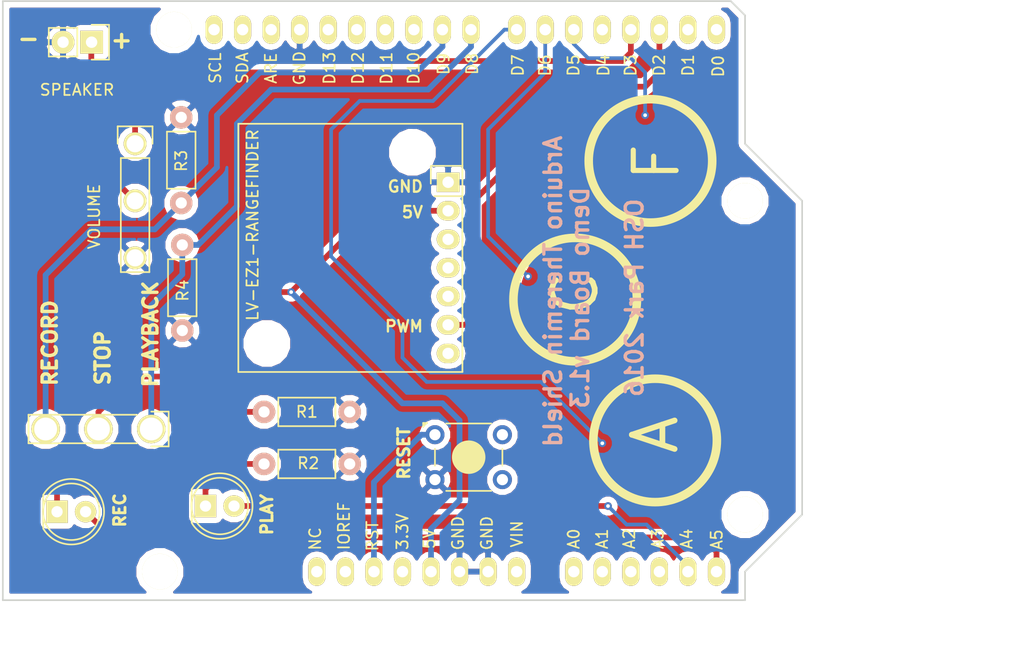
<source format=kicad_pcb>
(kicad_pcb (version 4) (host pcbnew 4.0.1-3.201512221402+6198~38~ubuntu14.04.1-stable)

  (general
    (links 27)
    (no_connects 0)
    (area 87.554999 64.694999 158.825001 118.185001)
    (thickness 1.6)
    (drawings 38)
    (tracks 108)
    (zones 0)
    (modules 15)
    (nets 16)
  )

  (page A4)
  (title_block
    (company "Released under the CERN Open Hardware License v1.2")
    (comment 1 jeh.wicker@gmail.com)
    (comment 2 "Jenner Hanni")
    (comment 3 "Wickerbox Electronics")
  )

  (layers
    (0 F.Cu signal)
    (31 B.Cu signal)
    (34 B.Paste user)
    (35 F.Paste user)
    (36 B.SilkS user)
    (37 F.SilkS user)
    (38 B.Mask user)
    (39 F.Mask user)
    (44 Edge.Cuts user)
    (46 B.CrtYd user)
    (47 F.CrtYd user)
    (48 B.Fab user)
    (49 F.Fab user)
  )

  (setup
    (last_trace_width 0.254)
    (user_trace_width 0.1524)
    (user_trace_width 0.254)
    (user_trace_width 0.3302)
    (user_trace_width 0.508)
    (user_trace_width 0.762)
    (trace_clearance 0.254)
    (zone_clearance 0.508)
    (zone_45_only no)
    (trace_min 0.1524)
    (segment_width 1.27)
    (edge_width 0.15)
    (via_size 0.6858)
    (via_drill 0.3302)
    (via_min_size 0.6858)
    (via_min_drill 0.3302)
    (user_via 0.6858 0.3302)
    (user_via 0.762 0.4064)
    (user_via 0.8636 0.508)
    (uvia_size 0.6858)
    (uvia_drill 0.3302)
    (uvias_allowed no)
    (uvia_min_size 0)
    (uvia_min_drill 0)
    (pcb_text_width 0.3)
    (pcb_text_size 1.5 1.5)
    (mod_edge_width 0.15)
    (mod_text_size 1 1)
    (mod_text_width 0.15)
    (pad_size 2.54 2.54)
    (pad_drill 2.032)
    (pad_to_mask_clearance 0.2)
    (aux_axis_origin 0 0)
    (visible_elements FFFEDF7D)
    (pcbplotparams
      (layerselection 0x010f0_80000001)
      (usegerberextensions true)
      (excludeedgelayer true)
      (linewidth 0.100000)
      (plotframeref false)
      (viasonmask false)
      (mode 1)
      (useauxorigin false)
      (hpglpennumber 1)
      (hpglpenspeed 20)
      (hpglpendiameter 15)
      (hpglpenoverlay 2)
      (psnegative false)
      (psa4output false)
      (plotreference true)
      (plotvalue true)
      (plotinvisibletext false)
      (padsonsilk false)
      (subtractmaskfromsilk false)
      (outputformat 1)
      (mirror false)
      (drillshape 0)
      (scaleselection 1)
      (outputdirectory gerbers))
  )

  (net 0 "")
  (net 1 +5V)
  (net 2 GND)
  (net 3 "Net-(LED1-Pad1)")
  (net 4 "Net-(LED2-Pad1)")
  (net 5 /A4_PLAYBACK_LED)
  (net 6 /RESET)
  (net 7 "Net-(RV1-Pad2)")
  (net 8 /D7_KEY1)
  (net 9 /D5_KEY3)
  (net 10 /D6_KEY2)
  (net 11 /D2_PWM)
  (net 12 /D3_DIG_SPEAKER_OUT)
  (net 13 /A5_RECORD_LED)
  (net 14 /D9_BTN_PLAYBACK)
  (net 15 /D8_BTN_RECORD)

  (net_class Default "This is the default net class."
    (clearance 0.254)
    (trace_width 0.254)
    (via_dia 0.6858)
    (via_drill 0.3302)
    (uvia_dia 0.6858)
    (uvia_drill 0.3302)
    (add_net +5V)
    (add_net /A4_PLAYBACK_LED)
    (add_net /A5_RECORD_LED)
    (add_net /D2_PWM)
    (add_net /D3_DIG_SPEAKER_OUT)
    (add_net /D5_KEY3)
    (add_net /D6_KEY2)
    (add_net /D7_KEY1)
    (add_net /D8_BTN_RECORD)
    (add_net /D9_BTN_PLAYBACK)
    (add_net /RESET)
    (add_net GND)
    (add_net "Net-(LED1-Pad1)")
    (add_net "Net-(LED2-Pad1)")
    (add_net "Net-(RV1-Pad2)")
  )

  (module Wickerlib:SW-B3F-10XX (layer F.Cu) (tedit 5724F748) (tstamp 5724F497)
    (at 126.08 103.378)
    (descr SW-B3F-10XX)
    (tags "Omron B3F-10xx")
    (path /572466BD)
    (fp_text reference RESET (at -2.763 1.651 90) (layer F.SilkS)
      (effects (font (size 1.016 1.016) (thickness 0.254)))
    )
    (fp_text value B3F-1000 (at 2.95 -2.05) (layer F.Fab)
      (effects (font (size 1 1) (thickness 0.15)))
    )
    (fp_line (start -0.95 -1) (end -0.95 -0.9) (layer F.SilkS) (width 0.15))
    (fp_line (start -1.05 -1.05) (end -0.7 -1.05) (layer F.SilkS) (width 0.15))
    (fp_arc (start 0 0) (end -1.05 -0.7) (angle 22.61986495) (layer F.SilkS) (width 0.15))
    (fp_line (start -1.05 -1.05) (end -1.05 -0.7) (layer F.SilkS) (width 0.15))
    (fp_line (start 7.15 -1.15) (end 0.45 -1.15) (layer F.CrtYd) (width 0.05))
    (fp_line (start 7.15 5.15) (end 7.15 -1.15) (layer F.CrtYd) (width 0.05))
    (fp_line (start -1.15 5.15) (end 7.15 5.15) (layer F.CrtYd) (width 0.05))
    (fp_line (start -1.15 0) (end -1.15 5.15) (layer F.CrtYd) (width 0.05))
    (fp_line (start -1.15 -1.15) (end 0.45 -1.15) (layer F.CrtYd) (width 0.05))
    (fp_line (start -1.15 0) (end -1.15 -1.15) (layer F.CrtYd) (width 0.05))
    (fp_circle (center 3 2) (end 4 3) (layer F.SilkS) (width 0.15))
    (fp_line (start 1 5) (end 5 5) (layer F.SilkS) (width 0.15))
    (fp_line (start 1 -1) (end 5 -1) (layer F.SilkS) (width 0.15))
    (fp_line (start 0 2.75) (end 0 1.25) (layer F.SilkS) (width 0.15))
    (fp_line (start 6 1.25) (end 6 2.75) (layer F.SilkS) (width 0.15))
    (fp_line (start 0 2) (end 0 2) (layer F.SilkS) (width 0))
    (fp_line (start 5 5) (end 1 5) (layer F.SilkS) (width 0))
    (fp_line (start 5 -1) (end 1 -1) (layer F.SilkS) (width 0))
    (fp_line (start 6 2) (end 6 2) (layer F.SilkS) (width 0))
    (fp_circle (center 3 2) (end 4 3) (layer F.SilkS) (width 0))
    (pad 4 thru_hole circle (at 6 4) (size 1.7 1.7) (drill 1) (layers *.Cu *.Mask))
    (pad 3 thru_hole circle (at 0 4) (size 1.7 1.7) (drill 1) (layers *.Cu *.Mask)
      (net 2 GND))
    (pad 2 thru_hole circle (at 6 0) (size 1.7 1.7) (drill 1) (layers *.Cu *.Mask))
    (pad 1 thru_hole circle (at 0 0) (size 1.7 1.7) (drill 1) (layers *.Cu *.Mask)
      (net 6 /RESET))
  )

  (module Wickerlib:CAPSENSE-CIRCLE-D10 (layer F.Cu) (tedit 5724F609) (tstamp 5724F444)
    (at 145.6055 103.886)
    (path /56BDABBB)
    (fp_text reference A (at 0.0635 -0.508 90) (layer F.SilkS)
      (effects (font (size 3.81 3.81) (thickness 0.508)))
    )
    (fp_text value KEY1 (at 0.025 7.325) (layer F.Fab)
      (effects (font (size 1 1) (thickness 0.15)))
    )
    (pad 1 smd circle (at 0 0) (size 10.16 10.16) (layers F.Cu)
      (net 8 /D7_KEY1) (clearance 0.508))
  )

  (module Wickerlib:CAPSENSE-CIRCLE-D10 (layer F.Cu) (tedit 5724FA4A) (tstamp 5724F449)
    (at 145.288 78.9305)
    (path /56BDAAD1)
    (fp_text reference F (at 0.508 0.1905 90) (layer F.SilkS)
      (effects (font (size 3.81 3.81) (thickness 0.4572)))
    )
    (fp_text value KEY3 (at 0.025 7.325) (layer F.Fab)
      (effects (font (size 1 1) (thickness 0.15)))
    )
    (pad 1 smd circle (at 0 0) (size 10.16 10.16) (layers F.Cu)
      (net 9 /D5_KEY3) (clearance 0.508))
  )

  (module Wickerlib:CAPSENSE-CIRCLE-D10 (layer F.Cu) (tedit 5724F5F7) (tstamp 5724F44E)
    (at 138.684 91.186)
    (path /56BDAB3F)
    (fp_text reference C (at -0.127 -0.381 90) (layer F.SilkS)
      (effects (font (size 3.81 3.81) (thickness 0.508)))
    )
    (fp_text value KEY2 (at 0.025 7.325) (layer F.Fab)
      (effects (font (size 1 1) (thickness 0.15)))
    )
    (pad 1 smd circle (at 0 0) (size 10.16 10.16) (layers F.Cu)
      (net 10 /D6_KEY2) (clearance 0.508))
  )

  (module Wickerlib:LV_EZ1_Rangefinder (layer F.Cu) (tedit 5724FD34) (tstamp 5724F45B)
    (at 108.585 97.79)
    (descr http://maxbotix.com/uploads/LV-MaxSonar-EZ1-Datasheet.pdf)
    (tags "Rangefinder Module Breakout Board")
    (path /572473F2)
    (fp_text reference LV-EZ1-RANGEFINDER (at 1.27 -13.081 90) (layer F.SilkS)
      (effects (font (size 1 1) (thickness 0.15)))
    )
    (fp_text value LV-EZ1-RANGEFINDER (at 1.375 -13.65 90) (layer F.Fab)
      (effects (font (size 1 1) (thickness 0.15)))
    )
    (fp_line (start 0 -22.098) (end 19.939 -22.098) (layer F.SilkS) (width 0.1524))
    (fp_line (start 19.939 0) (end 19.939 -22.098) (layer F.SilkS) (width 0.1524))
    (fp_line (start 0 0) (end 0 -22.098) (layer F.SilkS) (width 0.1524))
    (fp_line (start 0 0) (end 19.939 0) (layer F.SilkS) (width 0.1524))
    (fp_line (start 19.939 -15.655) (end 17.455 -15.655) (layer F.SilkS) (width 0.15))
    (fp_line (start 17.125 -16.775) (end 17.125 -18.325) (layer F.SilkS) (width 0.15))
    (fp_line (start 17.15 -18.35) (end 19.939 -18.35) (layer F.SilkS) (width 0.15))
    (pad "" np_thru_hole circle (at 15.494 -19.558) (size 3.1496 3.1496) (drill 3.1496) (layers F.Cu))
    (pad 1 thru_hole rect (at 18.669 -16.891) (size 2.032 1.7272) (drill 1.016) (layers *.Cu *.Mask F.SilkS)
      (net 2 GND))
    (pad 2 thru_hole oval (at 18.669 -14.351) (size 2.032 1.7272) (drill 1.016) (layers *.Cu *.Mask F.SilkS)
      (net 1 +5V))
    (pad 3 thru_hole oval (at 18.669 -11.811) (size 2.032 1.7272) (drill 1.016) (layers *.Cu *.Mask F.SilkS))
    (pad 4 thru_hole oval (at 18.669 -9.271) (size 2.032 1.7272) (drill 1.016) (layers *.Cu *.Mask F.SilkS))
    (pad 5 thru_hole oval (at 18.669 -6.731) (size 2.032 1.7272) (drill 1.016) (layers *.Cu *.Mask F.SilkS))
    (pad 6 thru_hole oval (at 18.669 -4.191) (size 2.032 1.7272) (drill 1.016) (layers *.Cu *.Mask F.SilkS)
      (net 11 /D2_PWM))
    (pad 7 thru_hole oval (at 18.669 -1.651) (size 2.032 1.7272) (drill 1.016) (layers *.Cu *.Mask F.SilkS))
    (pad "" np_thru_hole circle (at 2.54 -2.54) (size 3.1496 3.1496) (drill 3.1496) (layers F.Cu))
  )

  (module Wickerlib:LED-5MM-2PIN (layer F.Cu) (tedit 5724F759) (tstamp 5724F461)
    (at 92.456 110.236)
    (descr "LED 5mm round vertical")
    (tags "LED 5mm round vertical")
    (path /5724F37F)
    (fp_text reference REC (at 5.588 -0.127 90) (layer F.SilkS)
      (effects (font (size 1.016 1.016) (thickness 0.254)))
    )
    (fp_text value RECORD (at 1.524 -3.937) (layer F.Fab)
      (effects (font (size 1 1) (thickness 0.15)))
    )
    (fp_line (start -1.5 -1.55) (end -1.5 1.55) (layer F.CrtYd) (width 0.05))
    (fp_arc (start 1.3 0) (end -1.5 1.55) (angle -302) (layer F.CrtYd) (width 0.05))
    (fp_arc (start 1.27 0) (end -1.23 -1.5) (angle 297.5) (layer F.SilkS) (width 0.15))
    (fp_line (start -1.23 1.5) (end -1.23 -1.5) (layer F.SilkS) (width 0.15))
    (fp_circle (center 1.27 0) (end 0.97 -2.5) (layer F.SilkS) (width 0.15))
    (fp_text user K (at -1.905 1.905) (layer F.SilkS) hide
      (effects (font (size 1 1) (thickness 0.15)))
    )
    (pad 1 thru_hole rect (at 0 0 90) (size 2 1.9) (drill 1.00076) (layers *.Cu *.Mask F.SilkS)
      (net 3 "Net-(LED1-Pad1)"))
    (pad 2 thru_hole circle (at 2.54 0) (size 1.9 1.9) (drill 1.00076) (layers *.Cu *.Mask F.SilkS)
      (net 13 /A5_RECORD_LED))
    (model LEDs.3dshapes/LED-5MM.wrl
      (at (xyz 0.05 0 0))
      (scale (xyz 1 1 1))
      (rotate (xyz 0 0 90))
    )
  )

  (module Wickerlib:LED-5MM-2PIN (layer F.Cu) (tedit 5724F74F) (tstamp 5724F467)
    (at 105.664 109.728)
    (descr "LED 5mm round vertical")
    (tags "LED 5mm round vertical")
    (path /5724F417)
    (fp_text reference PLAY (at 5.461 0.762 90) (layer F.SilkS)
      (effects (font (size 1.016 1.016) (thickness 0.254)))
    )
    (fp_text value PLAYBACK (at 1.524 -3.937) (layer F.Fab)
      (effects (font (size 1 1) (thickness 0.15)))
    )
    (fp_line (start -1.5 -1.55) (end -1.5 1.55) (layer F.CrtYd) (width 0.05))
    (fp_arc (start 1.3 0) (end -1.5 1.55) (angle -302) (layer F.CrtYd) (width 0.05))
    (fp_arc (start 1.27 0) (end -1.23 -1.5) (angle 297.5) (layer F.SilkS) (width 0.15))
    (fp_line (start -1.23 1.5) (end -1.23 -1.5) (layer F.SilkS) (width 0.15))
    (fp_circle (center 1.27 0) (end 0.97 -2.5) (layer F.SilkS) (width 0.15))
    (fp_text user K (at -1.905 1.905) (layer F.SilkS) hide
      (effects (font (size 1 1) (thickness 0.15)))
    )
    (pad 1 thru_hole rect (at 0 0 90) (size 2 1.9) (drill 1.00076) (layers *.Cu *.Mask F.SilkS)
      (net 4 "Net-(LED2-Pad1)"))
    (pad 2 thru_hole circle (at 2.54 0) (size 1.9 1.9) (drill 1.00076) (layers *.Cu *.Mask F.SilkS)
      (net 5 /A4_PLAYBACK_LED))
    (model LEDs.3dshapes/LED-5MM.wrl
      (at (xyz 0.05 0 0))
      (scale (xyz 1 1 1))
      (rotate (xyz 0 0 90))
    )
  )

  (module Wickerlib:Resistor_Horizontal_RM7mm (layer F.Cu) (tedit 569FCF07) (tstamp 5724F468)
    (at 110.871 101.346)
    (descr "Resistor, Axial,  RM 7.62mm, 1/3W,")
    (tags "Resistor Axial RM 7.62mm 1/3W R3")
    (path /5724D41C)
    (fp_text reference R1 (at 3.81 0) (layer F.SilkS)
      (effects (font (size 1 1) (thickness 0.15)))
    )
    (fp_text value 220 (at 3.81 3.81) (layer F.Fab)
      (effects (font (size 1 1) (thickness 0.15)))
    )
    (fp_line (start -1.25 -1.5) (end 8.85 -1.5) (layer F.CrtYd) (width 0.05))
    (fp_line (start -1.25 1.5) (end -1.25 -1.5) (layer F.CrtYd) (width 0.05))
    (fp_line (start 8.85 -1.5) (end 8.85 1.5) (layer F.CrtYd) (width 0.05))
    (fp_line (start -1.25 1.5) (end 8.85 1.5) (layer F.CrtYd) (width 0.05))
    (fp_line (start 1.27 -1.27) (end 6.35 -1.27) (layer F.SilkS) (width 0.15))
    (fp_line (start 6.35 -1.27) (end 6.35 1.27) (layer F.SilkS) (width 0.15))
    (fp_line (start 6.35 1.27) (end 1.27 1.27) (layer F.SilkS) (width 0.15))
    (fp_line (start 1.27 1.27) (end 1.27 -1.27) (layer F.SilkS) (width 0.15))
    (pad 1 thru_hole circle (at 0 0) (size 1.99898 1.99898) (drill 1.00076) (layers *.Cu *.SilkS *.Mask)
      (net 3 "Net-(LED1-Pad1)"))
    (pad 2 thru_hole circle (at 7.62 0) (size 1.99898 1.99898) (drill 1.00076) (layers *.Cu *.SilkS *.Mask)
      (net 2 GND))
  )

  (module Wickerlib:Resistor_Horizontal_RM7mm (layer F.Cu) (tedit 569FCF07) (tstamp 5724F46D)
    (at 110.871 105.9815)
    (descr "Resistor, Axial,  RM 7.62mm, 1/3W,")
    (tags "Resistor Axial RM 7.62mm 1/3W R3")
    (path /5724D55B)
    (fp_text reference R2 (at 3.937 -0.0635) (layer F.SilkS)
      (effects (font (size 1 1) (thickness 0.15)))
    )
    (fp_text value 220 (at 3.81 3.81) (layer F.Fab)
      (effects (font (size 1 1) (thickness 0.15)))
    )
    (fp_line (start -1.25 -1.5) (end 8.85 -1.5) (layer F.CrtYd) (width 0.05))
    (fp_line (start -1.25 1.5) (end -1.25 -1.5) (layer F.CrtYd) (width 0.05))
    (fp_line (start 8.85 -1.5) (end 8.85 1.5) (layer F.CrtYd) (width 0.05))
    (fp_line (start -1.25 1.5) (end 8.85 1.5) (layer F.CrtYd) (width 0.05))
    (fp_line (start 1.27 -1.27) (end 6.35 -1.27) (layer F.SilkS) (width 0.15))
    (fp_line (start 6.35 -1.27) (end 6.35 1.27) (layer F.SilkS) (width 0.15))
    (fp_line (start 6.35 1.27) (end 1.27 1.27) (layer F.SilkS) (width 0.15))
    (fp_line (start 1.27 1.27) (end 1.27 -1.27) (layer F.SilkS) (width 0.15))
    (pad 1 thru_hole circle (at 0 0) (size 1.99898 1.99898) (drill 1.00076) (layers *.Cu *.SilkS *.Mask)
      (net 4 "Net-(LED2-Pad1)"))
    (pad 2 thru_hole circle (at 7.62 0) (size 1.99898 1.99898) (drill 1.00076) (layers *.Cu *.SilkS *.Mask)
      (net 2 GND))
  )

  (module Wickerlib:Resistor_Horizontal_RM7mm (layer F.Cu) (tedit 569FCF07) (tstamp 5724F472)
    (at 103.505 82.7405 90)
    (descr "Resistor, Axial,  RM 7.62mm, 1/3W,")
    (tags "Resistor Axial RM 7.62mm 1/3W R3")
    (path /56BEAC8C)
    (fp_text reference R3 (at 3.7465 0 90) (layer F.SilkS)
      (effects (font (size 1 1) (thickness 0.15)))
    )
    (fp_text value 10K (at 3.81 3.81 90) (layer F.Fab)
      (effects (font (size 1 1) (thickness 0.15)))
    )
    (fp_line (start -1.25 -1.5) (end 8.85 -1.5) (layer F.CrtYd) (width 0.05))
    (fp_line (start -1.25 1.5) (end -1.25 -1.5) (layer F.CrtYd) (width 0.05))
    (fp_line (start 8.85 -1.5) (end 8.85 1.5) (layer F.CrtYd) (width 0.05))
    (fp_line (start -1.25 1.5) (end 8.85 1.5) (layer F.CrtYd) (width 0.05))
    (fp_line (start 1.27 -1.27) (end 6.35 -1.27) (layer F.SilkS) (width 0.15))
    (fp_line (start 6.35 -1.27) (end 6.35 1.27) (layer F.SilkS) (width 0.15))
    (fp_line (start 6.35 1.27) (end 1.27 1.27) (layer F.SilkS) (width 0.15))
    (fp_line (start 1.27 1.27) (end 1.27 -1.27) (layer F.SilkS) (width 0.15))
    (pad 1 thru_hole circle (at 0 0 90) (size 1.99898 1.99898) (drill 1.00076) (layers *.Cu *.SilkS *.Mask)
      (net 14 /D9_BTN_PLAYBACK))
    (pad 2 thru_hole circle (at 7.62 0 90) (size 1.99898 1.99898) (drill 1.00076) (layers *.Cu *.SilkS *.Mask)
      (net 2 GND))
  )

  (module Wickerlib:Resistor_Horizontal_RM7mm (layer F.Cu) (tedit 569FCF07) (tstamp 5724F477)
    (at 103.6 86.48 270)
    (descr "Resistor, Axial,  RM 7.62mm, 1/3W,")
    (tags "Resistor Axial RM 7.62mm 1/3W R3")
    (path /56BEAD4F)
    (fp_text reference R4 (at 4.05892 -0.032 270) (layer F.SilkS)
      (effects (font (size 1 1) (thickness 0.15)))
    )
    (fp_text value 10K (at 3.81 3.81 270) (layer F.Fab)
      (effects (font (size 1 1) (thickness 0.15)))
    )
    (fp_line (start -1.25 -1.5) (end 8.85 -1.5) (layer F.CrtYd) (width 0.05))
    (fp_line (start -1.25 1.5) (end -1.25 -1.5) (layer F.CrtYd) (width 0.05))
    (fp_line (start 8.85 -1.5) (end 8.85 1.5) (layer F.CrtYd) (width 0.05))
    (fp_line (start -1.25 1.5) (end 8.85 1.5) (layer F.CrtYd) (width 0.05))
    (fp_line (start 1.27 -1.27) (end 6.35 -1.27) (layer F.SilkS) (width 0.15))
    (fp_line (start 6.35 -1.27) (end 6.35 1.27) (layer F.SilkS) (width 0.15))
    (fp_line (start 6.35 1.27) (end 1.27 1.27) (layer F.SilkS) (width 0.15))
    (fp_line (start 1.27 1.27) (end 1.27 -1.27) (layer F.SilkS) (width 0.15))
    (pad 1 thru_hole circle (at 0 0 270) (size 1.99898 1.99898) (drill 1.00076) (layers *.Cu *.SilkS *.Mask)
      (net 15 /D8_BTN_RECORD))
    (pad 2 thru_hole circle (at 7.62 0 270) (size 1.99898 1.99898) (drill 1.00076) (layers *.Cu *.SilkS *.Mask)
      (net 2 GND))
  )

  (module Wickerlib:P160-TRIMPOT (layer F.Cu) (tedit 5724FA2F) (tstamp 5724F482)
    (at 99.4 77.47)
    (descr P160-TRIMPOT)
    (tags "Rotary Pot Trimpot Variable Resistor")
    (path /5724C6C3)
    (fp_text reference VOLUME (at -3.642 6.477 90) (layer F.SilkS)
      (effects (font (size 1 1) (thickness 0.15)))
    )
    (fp_text value 10K (at 0 -3.1) (layer F.Fab)
      (effects (font (size 1 1) (thickness 0.15)))
    )
    (fp_line (start -1.55 0) (end -1.55 -1.55) (layer F.SilkS) (width 0.15))
    (fp_line (start -1.55 -1.55) (end 1.55 -1.55) (layer F.SilkS) (width 0.15))
    (fp_line (start 1.55 -1.55) (end 1.55 0) (layer F.SilkS) (width 0.15))
    (fp_line (start -1.75 -1.75) (end -1.75 11.95) (layer F.CrtYd) (width 0.05))
    (fp_line (start 1.75 -1.75) (end 1.75 11.95) (layer F.CrtYd) (width 0.05))
    (fp_line (start -1.75 -1.75) (end 1.75 -1.75) (layer F.CrtYd) (width 0.05))
    (fp_line (start -1.75 11.95) (end 1.75 11.95) (layer F.CrtYd) (width 0.05))
    (fp_line (start 1.27 1.27) (end 1.27 11.43) (layer F.SilkS) (width 0.15))
    (fp_line (start 1.27 11.43) (end -1.27 11.43) (layer F.SilkS) (width 0.15))
    (fp_line (start -1.27 11.43) (end -1.27 1.27) (layer F.SilkS) (width 0.15))
    (fp_line (start 1.27 1.27) (end -1.27 1.27) (layer F.SilkS) (width 0.15))
    (pad 1 thru_hole circle (at 0 0) (size 2.032 2.032) (drill 1.524) (layers *.Cu *.Mask F.SilkS)
      (net 12 /D3_DIG_SPEAKER_OUT))
    (pad 2 thru_hole circle (at 0 5.08) (size 2.032 2.032) (drill 1.524) (layers *.Cu *.Mask F.SilkS)
      (net 7 "Net-(RV1-Pad2)"))
    (pad 3 thru_hole circle (at 0 10.16) (size 2.032 2.032) (drill 1.524) (layers *.Cu *.Mask F.SilkS)
      (net 2 GND))
  )

  (module Wickerlib:SW-100SP3 (layer F.Cu) (tedit 5724FC91) (tstamp 5724F489)
    (at 100.838 102.87 270)
    (descr "Three-position through-hole board mount switch.")
    (tags "ON-OFF-ON switch")
    (path /57252002)
    (fp_text reference S1 (at 2.667 0.127 360) (layer F.SilkS) hide
      (effects (font (size 1 1) (thickness 0.15)))
    )
    (fp_text value "100SP3 ON-OFF-ON" (at 0 -3.1 270) (layer F.Fab)
      (effects (font (size 1 1) (thickness 0.15)))
    )
    (fp_line (start -1.55 0) (end -1.55 -1.55) (layer F.SilkS) (width 0.15))
    (fp_line (start -1.55 -1.55) (end 1.55 -1.55) (layer F.SilkS) (width 0.15))
    (fp_line (start 1.55 -1.55) (end 1.55 0) (layer F.SilkS) (width 0.15))
    (fp_line (start -1.75 -1.75) (end -1.75 11.43) (layer F.CrtYd) (width 0.05))
    (fp_line (start 1.75 -1.75) (end 1.75 11.43) (layer F.CrtYd) (width 0.05))
    (fp_line (start -1.75 -1.75) (end 1.75 -1.75) (layer F.CrtYd) (width 0.05))
    (fp_line (start -1.75 11.43) (end 1.75 11.43) (layer F.CrtYd) (width 0.05))
    (fp_line (start 1.27 1.27) (end 1.27 10.922) (layer F.SilkS) (width 0.15))
    (fp_line (start 1.27 10.922) (end -1.27 10.922) (layer F.SilkS) (width 0.15))
    (fp_line (start -1.27 10.922) (end -1.27 1.27) (layer F.SilkS) (width 0.15))
    (pad 1 thru_hole circle (at 0 0 270) (size 2.54 2.54) (drill 2.032) (layers *.Cu *.Mask F.SilkS)
      (net 15 /D8_BTN_RECORD))
    (pad 2 thru_hole circle (at 0 4.699 270) (size 2.54 2.54) (drill 2.032) (layers *.Cu *.Mask F.SilkS)
      (net 1 +5V))
    (pad 3 thru_hole circle (at 0 9.398 270) (size 2.54 2.54) (drill 2.032) (layers *.Cu *.Mask F.SilkS)
      (net 14 /D9_BTN_PLAYBACK))
  )

  (module Wickerlib:ARDU-UNOSHIELD locked (layer F.Cu) (tedit 5724F58D) (tstamp 5724F498)
    (at 87.63 118.11)
    (descr none)
    (path /5724A996)
    (fp_text reference U1 (at 5.715 -57.15) (layer F.SilkS) hide
      (effects (font (thickness 0.3048)))
    )
    (fp_text value ARDUINO-UNO-SHIELD (at 10.16 -54.61) (layer F.SilkS) hide
      (effects (font (thickness 0.3048)))
    )
    (fp_line (start 0 0) (end 66.04 0) (layer F.CrtYd) (width 0.2))
    (fp_line (start 66.04 -2.54) (end 66.04 0) (layer F.CrtYd) (width 0.2))
    (fp_line (start 66.04 -2.54) (end 70.993 -6.223) (layer F.CrtYd) (width 0.2))
    (fp_line (start 66.04 -40.64) (end 70.993 -35.814) (layer F.CrtYd) (width 0.2))
    (fp_line (start 70.993 -35.814) (end 70.993 -27.94) (layer F.CrtYd) (width 0.2))
    (fp_line (start 70.993 -27.94) (end 70.993 -6.223) (layer F.CrtYd) (width 0.2))
    (fp_text user IOREF (at 30.353 -6.604 90) (layer F.SilkS)
      (effects (font (size 1 1) (thickness 0.15)))
    )
    (fp_text user NC (at 27.793 -5.461 90) (layer F.SilkS)
      (effects (font (size 1 1) (thickness 0.15)))
    )
    (fp_text user RST (at 32.893 -5.715 90) (layer F.SilkS)
      (effects (font (size 1 1) (thickness 0.15)))
    )
    (fp_text user 3.3V (at 35.56 -6.096 90) (layer F.SilkS)
      (effects (font (size 1 1) (thickness 0.15)))
    )
    (fp_text user 5V (at 37.953 -5.461 90) (layer F.SilkS)
      (effects (font (size 1 1) (thickness 0.15)))
    )
    (fp_text user GND (at 40.493 -5.969 90) (layer F.SilkS)
      (effects (font (size 1 1) (thickness 0.15)))
    )
    (fp_text user GND (at 43.068 -5.969 90) (layer F.SilkS)
      (effects (font (size 1 1) (thickness 0.15)))
    )
    (fp_text user VIN (at 45.743 -5.894 90) (layer F.SilkS)
      (effects (font (size 1 1) (thickness 0.15)))
    )
    (fp_text user A5 (at 63.523 -5.386 90) (layer F.SilkS)
      (effects (font (size 1 1) (thickness 0.15)))
    )
    (fp_text user A4 (at 60.848 -5.461 90) (layer F.SilkS)
      (effects (font (size 1 1) (thickness 0.15)))
    )
    (fp_text user A3 (at 58.273 -5.461 90) (layer F.SilkS)
      (effects (font (size 1 1) (thickness 0.15)))
    )
    (fp_text user A2 (at 55.733 -5.461 90) (layer F.SilkS)
      (effects (font (size 1 1) (thickness 0.15)))
    )
    (fp_text user A1 (at 53.32 -5.461 90) (layer F.SilkS)
      (effects (font (size 1 1) (thickness 0.15)))
    )
    (fp_text user A0 (at 50.8 -5.461 90) (layer F.SilkS)
      (effects (font (size 1 1) (thickness 0.15)))
    )
    (fp_text user SCL (at 18.903 -47.371 90) (layer F.SilkS)
      (effects (font (size 1 1) (thickness 0.15)))
    )
    (fp_text user SDA (at 21.316 -47.371 90) (layer F.SilkS)
      (effects (font (size 1 1) (thickness 0.15)))
    )
    (fp_text user ARE (at 23.856 -47.371 90) (layer F.SilkS)
      (effects (font (size 1 1) (thickness 0.15)))
    )
    (fp_text user GND (at 26.396 -47.371 90) (layer F.SilkS)
      (effects (font (size 1 1) (thickness 0.15)))
    )
    (fp_text user D13 (at 29.063 -47.371 90) (layer F.SilkS)
      (effects (font (size 1 1) (thickness 0.15)))
    )
    (fp_text user D12 (at 31.603 -47.371 90) (layer F.SilkS)
      (effects (font (size 1 1) (thickness 0.15)))
    )
    (fp_text user D11 (at 34.143 -47.371 90) (layer F.SilkS)
      (effects (font (size 1 1) (thickness 0.15)))
    )
    (fp_text user D10 (at 36.556 -47.371 90) (layer F.SilkS)
      (effects (font (size 1 1) (thickness 0.15)))
    )
    (fp_text user D9 (at 39.223 -47.752 90) (layer F.SilkS)
      (effects (font (size 1 1) (thickness 0.15)))
    )
    (fp_text user D8 (at 41.763 -47.752 90) (layer F.SilkS)
      (effects (font (size 1 1) (thickness 0.15)))
    )
    (fp_text user D7 (at 45.827 -47.625 90) (layer F.SilkS)
      (effects (font (size 1 1) (thickness 0.15)))
    )
    (fp_text user D6 (at 48.24 -47.625 90) (layer F.SilkS)
      (effects (font (size 1 1) (thickness 0.15)))
    )
    (fp_text user D5 (at 50.78 -47.625 90) (layer F.SilkS)
      (effects (font (size 1 1) (thickness 0.15)))
    )
    (fp_text user D4 (at 53.447 -47.625 90) (layer F.SilkS)
      (effects (font (size 1 1) (thickness 0.15)))
    )
    (fp_text user D3 (at 55.86 -47.625 90) (layer F.SilkS)
      (effects (font (size 1 1) (thickness 0.15)))
    )
    (fp_text user D2 (at 58.4 -47.625 90) (layer F.SilkS)
      (effects (font (size 1 1) (thickness 0.15)))
    )
    (fp_text user D1 (at 60.975 -47.625 90) (layer F.SilkS)
      (effects (font (size 1 1) (thickness 0.15)))
    )
    (fp_text user D0 (at 63.65 -47.55 90) (layer F.SilkS)
      (effects (font (size 1 1) (thickness 0.15)))
    )
    (fp_line (start 66.04 -40.64) (end 66.04 -52.07) (layer F.CrtYd) (width 0.2))
    (fp_line (start 66.04 -52.07) (end 64.77 -53.34) (layer F.CrtYd) (width 0.2))
    (fp_line (start 64.77 -53.34) (end 0 -53.34) (layer F.CrtYd) (width 0.2))
    (fp_line (start 0 0) (end 0 -53.34) (layer F.CrtYd) (width 0.2))
    (pad A5 thru_hole oval (at 63.5 -2.54 90) (size 2.54 1.524) (drill 1.016) (layers *.Cu *.Mask F.SilkS)
      (net 13 /A5_RECORD_LED))
    (pad A4 thru_hole oval (at 60.96 -2.54 90) (size 2.54 1.524) (drill 1.016) (layers *.Cu *.Mask F.SilkS)
      (net 5 /A4_PLAYBACK_LED))
    (pad A3 thru_hole oval (at 58.42 -2.54 90) (size 2.54 1.524) (drill 1.016) (layers *.Cu *.Mask F.SilkS))
    (pad A0 thru_hole oval (at 50.8 -2.54 90) (size 2.54 1.524) (drill 1.016) (layers *.Cu *.Mask F.SilkS))
    (pad A1 thru_hole oval (at 53.34 -2.54 90) (size 2.54 1.524) (drill 1.016) (layers *.Cu *.Mask F.SilkS))
    (pad A2 thru_hole oval (at 55.88 -2.54 90) (size 2.54 1.524) (drill 1.016) (layers *.Cu *.Mask F.SilkS))
    (pad VIN thru_hole oval (at 45.72 -2.54 90) (size 2.54 1.524) (drill 1.016) (layers *.Cu *.Mask F.SilkS))
    (pad GND2 thru_hole oval (at 43.18 -2.54 90) (size 2.54 1.524) (drill 1.016) (layers *.Cu *.Mask F.SilkS)
      (net 2 GND))
    (pad GND1 thru_hole oval (at 40.64 -2.54 90) (size 2.54 1.524) (drill 1.016) (layers *.Cu *.Mask F.SilkS)
      (net 2 GND))
    (pad 3V3 thru_hole oval (at 35.56 -2.54 90) (size 2.54 1.524) (drill 1.016) (layers *.Cu *.Mask F.SilkS))
    (pad RST thru_hole oval (at 33.02 -2.54 90) (size 2.54 1.524) (drill 1.016) (layers *.Cu *.Mask F.SilkS)
      (net 6 /RESET))
    (pad D0 thru_hole oval (at 63.5 -50.8 90) (size 2.54 1.524) (drill 1.016) (layers *.Cu *.Mask F.SilkS))
    (pad D1 thru_hole oval (at 60.96 -50.8 90) (size 2.54 1.524) (drill 1.016) (layers *.Cu *.Mask F.SilkS))
    (pad D2 thru_hole oval (at 58.42 -50.8 90) (size 2.54 1.524) (drill 1.016) (layers *.Cu *.Mask F.SilkS)
      (net 11 /D2_PWM))
    (pad D3 thru_hole oval (at 55.88 -50.8 90) (size 2.54 1.524) (drill 1.016) (layers *.Cu *.Mask F.SilkS)
      (net 12 /D3_DIG_SPEAKER_OUT))
    (pad D4 thru_hole oval (at 53.34 -50.8 90) (size 2.54 1.524) (drill 1.016) (layers *.Cu *.Mask F.SilkS))
    (pad D5 thru_hole oval (at 50.8 -50.8 90) (size 2.54 1.524) (drill 1.016) (layers *.Cu *.Mask F.SilkS)
      (net 9 /D5_KEY3))
    (pad D6 thru_hole oval (at 48.26 -50.8 90) (size 2.54 1.524) (drill 1.016) (layers *.Cu *.Mask F.SilkS)
      (net 10 /D6_KEY2))
    (pad D7 thru_hole oval (at 45.72 -50.8 90) (size 2.54 1.524) (drill 1.016) (layers *.Cu *.Mask F.SilkS)
      (net 8 /D7_KEY1))
    (pad D8 thru_hole oval (at 41.656 -50.8 90) (size 2.54 1.524) (drill 1.016) (layers *.Cu *.Mask F.SilkS)
      (net 15 /D8_BTN_RECORD))
    (pad D9 thru_hole oval (at 39.116 -50.8 90) (size 2.54 1.524) (drill 1.016) (layers *.Cu *.Mask F.SilkS)
      (net 14 /D9_BTN_PLAYBACK))
    (pad D10 thru_hole oval (at 36.576 -50.8 90) (size 2.54 1.524) (drill 1.016) (layers *.Cu *.Mask F.SilkS))
    (pad D11 thru_hole oval (at 34.036 -50.8 90) (size 2.54 1.524) (drill 1.016) (layers *.Cu *.Mask F.SilkS))
    (pad D12 thru_hole oval (at 31.496 -50.8 90) (size 2.54 1.524) (drill 1.016) (layers *.Cu *.Mask F.SilkS))
    (pad D13 thru_hole oval (at 28.956 -50.8 90) (size 2.54 1.524) (drill 1.016) (layers *.Cu *.Mask F.SilkS))
    (pad GND3 thru_hole oval (at 26.416 -50.8 90) (size 2.54 1.524) (drill 1.016) (layers *.Cu *.Mask F.SilkS)
      (net 2 GND))
    (pad AREF thru_hole oval (at 23.876 -50.8 90) (size 2.54 1.524) (drill 1.016) (layers *.Cu *.Mask F.SilkS))
    (pad 5V thru_hole oval (at 38.1 -2.54 90) (size 2.54 1.524) (drill 1.016) (layers *.Cu *.Mask F.SilkS)
      (net 1 +5V))
    (pad "" np_thru_hole circle (at 66.04 -7.62 90) (size 3.175 3.175) (drill 3.175) (layers *.Cu *.Mask F.SilkS))
    (pad "" np_thru_hole circle (at 66.04 -35.56 90) (size 3.175 3.175) (drill 3.175) (layers *.Cu *.Mask F.SilkS))
    (pad "" np_thru_hole circle (at 15.24 -50.8 90) (size 3.175 3.175) (drill 3.175) (layers *.Cu *.Mask F.SilkS))
    (pad "" np_thru_hole circle (at 13.97 -2.54 90) (size 3.175 3.175) (drill 3.175) (layers *.Cu *.Mask F.SilkS))
    (pad SDA thru_hole oval (at 21.336 -50.8 90) (size 2.54 1.524) (drill 1.016) (layers *.Cu *.Mask F.SilkS))
    (pad SCL thru_hole oval (at 18.796 -50.8 90) (size 2.54 1.524) (drill 1.016) (layers *.Cu *.Mask F.SilkS))
    (pad IO thru_hole oval (at 30.48 -2.54 90) (size 2.54 1.524) (drill 1.016) (layers *.Cu *.Mask F.SilkS))
    (pad NC thru_hole oval (at 27.94 -2.54 90) (size 2.54 1.524) (drill 1.016) (layers *.Cu *.Mask F.SilkS))
  )

  (module Wickerlib:OSTVN02A150 (layer F.Cu) (tedit 5737D30F) (tstamp 5737D357)
    (at 95.5294 68.4276 270)
    (descr "Through hole pin header")
    (tags "pin header")
    (path /573835F3)
    (fp_text reference SPEAKER (at 4.2418 1.2954 360) (layer F.SilkS)
      (effects (font (size 1 1) (thickness 0.15)))
    )
    (fp_text value "8 OHM" (at 0 -3.1 270) (layer F.Fab)
      (effects (font (size 1 1) (thickness 0.15)))
    )
    (fp_line (start 1.27 1.27) (end 1.27 3.81) (layer F.SilkS) (width 0.15))
    (fp_line (start 1.55 -1.55) (end 1.55 0) (layer F.SilkS) (width 0.15))
    (fp_line (start -3.3 -1.75) (end -3.3 4.3) (layer F.CrtYd) (width 0.05))
    (fp_line (start 3.3 -1.75) (end 3.3 4.3) (layer F.CrtYd) (width 0.05))
    (fp_line (start -3.3 -1.75) (end 3.3 -1.74244) (layer F.CrtYd) (width 0.05))
    (fp_line (start -3.3 4.3) (end 3.3 4.3) (layer F.CrtYd) (width 0.05))
    (fp_line (start 1.27 1.27) (end -1.27 1.27) (layer F.SilkS) (width 0.15))
    (fp_line (start -1.55 0) (end -1.55 -1.55) (layer F.SilkS) (width 0.15))
    (fp_line (start -1.55 -1.55) (end 1.55 -1.55) (layer F.SilkS) (width 0.15))
    (fp_line (start -1.27 1.27) (end -1.27 3.81) (layer F.SilkS) (width 0.15))
    (fp_line (start -1.27 3.81) (end 1.27 3.81) (layer F.SilkS) (width 0.15))
    (pad 1 thru_hole rect (at 0 0 270) (size 2.032 2.032) (drill 1.016) (layers *.Cu *.Mask F.SilkS)
      (net 7 "Net-(RV1-Pad2)"))
    (pad 2 thru_hole oval (at 0 2.54 270) (size 2.032 2.032) (drill 1.016) (layers *.Cu *.Mask F.SilkS)
      (net 2 GND))
    (model Pin_Headers.3dshapes/Pin_Header_Straight_1x02.wrl
      (at (xyz 0 -0.05 0))
      (scale (xyz 1 1 1))
      (rotate (xyz 0 0 90))
    )
  )

  (gr_text RECORD (at 91.821 99.187 90) (layer F.SilkS)
    (effects (font (size 1.27 1.27) (thickness 0.3)) (justify left))
  )
  (gr_text PWM (at 123.323048 93.726) (layer F.SilkS) (tstamp 5724FAB2)
    (effects (font (size 1.016 1.016) (thickness 0.2032)))
  )
  (gr_text "5V\n" (at 124.072953 83.566) (layer F.SilkS) (tstamp 5724FA96)
    (effects (font (size 1.016 1.016) (thickness 0.2032)))
  )
  (gr_text GND (at 123.444 81.28) (layer F.SilkS)
    (effects (font (size 1.016 1.016) (thickness 0.2032)))
  )
  (gr_circle (center 145.669 103.886) (end 150.241 106.934) (layer F.SilkS) (width 0.762) (tstamp 5724FA63))
  (gr_circle (center 138.557 91.34686) (end 143.129 94.39486) (layer F.SilkS) (width 0.762) (tstamp 5724FA5C))
  (gr_circle (center 145.25414 78.994) (end 149.82614 82.042) (layer F.SilkS) (width 0.762))
  (gr_text "Arduino Theremin Shield \nDemo Board v1.3\n\nOSH Park 2016" (at 140.208 91.186 90) (layer B.SilkS)
    (effects (font (size 1.5 1.5) (thickness 0.3)) (justify mirror))
  )
  (gr_text - (at 89.916 68.072) (layer F.SilkS)
    (effects (font (size 1.5 1.5) (thickness 0.3)))
  )
  (gr_text + (at 98.2 68.2) (layer F.SilkS)
    (effects (font (size 1.5 1.5) (thickness 0.3)))
  )
  (gr_text PLAYBACK (at 100.7745 99.3 90) (layer F.SilkS)
    (effects (font (size 1.27 1.27) (thickness 0.3)) (justify left))
  )
  (gr_text STOP (at 96.52 99.1235 90) (layer F.SilkS)
    (effects (font (size 1.27 1.27) (thickness 0.3)) (justify left))
  )
  (gr_line (start 152.4 64.77) (end 87.63 64.77) (angle 90) (layer Edge.Cuts) (width 0.15))
  (gr_line (start 153.67 66.04) (end 152.4 64.77) (angle 90) (layer Edge.Cuts) (width 0.15))
  (gr_line (start 153.67 77.47) (end 153.67 66.04) (angle 90) (layer Edge.Cuts) (width 0.15))
  (gr_line (start 158.75 82.55) (end 153.67 77.47) (angle 90) (layer Edge.Cuts) (width 0.15))
  (gr_line (start 158.75 110.49) (end 158.75 82.55) (angle 90) (layer Edge.Cuts) (width 0.15))
  (gr_line (start 153.67 115.57) (end 158.75 110.49) (angle 90) (layer Edge.Cuts) (width 0.15))
  (gr_line (start 153.67 118.11) (end 153.67 115.57) (angle 90) (layer Edge.Cuts) (width 0.15))
  (gr_line (start 87.63 118.11) (end 153.67 118.11) (angle 90) (layer Edge.Cuts) (width 0.15))
  (gr_line (start 87.63 64.77) (end 87.63 118.11) (angle 90) (layer Edge.Cuts) (width 0.15))
  (gr_circle (center 117.348 76.962) (end 118.618 76.962) (layer Dwgs.User) (width 0.15))
  (gr_line (start 114.427 78.994) (end 114.427 74.93) (angle 90) (layer Dwgs.User) (width 0.15))
  (gr_line (start 120.269 78.994) (end 114.427 78.994) (angle 90) (layer Dwgs.User) (width 0.15))
  (gr_line (start 120.269 74.93) (end 120.269 78.994) (angle 90) (layer Dwgs.User) (width 0.15))
  (gr_line (start 114.427 74.93) (end 120.269 74.93) (angle 90) (layer Dwgs.User) (width 0.15))
  (gr_line (start 120.523 93.98) (end 104.648 93.98) (angle 90) (layer Dwgs.User) (width 0.15))
  (gr_line (start 173.355 102.235) (end 173.355 94.615) (angle 90) (layer Dwgs.User) (width 0.15))
  (gr_line (start 178.435 102.235) (end 173.355 102.235) (angle 90) (layer Dwgs.User) (width 0.15))
  (gr_line (start 178.435 94.615) (end 178.435 102.235) (angle 90) (layer Dwgs.User) (width 0.15))
  (gr_line (start 173.355 94.615) (end 178.435 94.615) (angle 90) (layer Dwgs.User) (width 0.15))
  (gr_line (start 109.093 123.19) (end 109.093 114.3) (angle 90) (layer Dwgs.User) (width 0.15))
  (gr_line (start 122.428 123.19) (end 109.093 123.19) (angle 90) (layer Dwgs.User) (width 0.15))
  (gr_line (start 122.428 114.3) (end 122.428 123.19) (angle 90) (layer Dwgs.User) (width 0.15))
  (gr_line (start 109.093 114.3) (end 122.428 114.3) (angle 90) (layer Dwgs.User) (width 0.15))
  (gr_line (start 104.648 93.98) (end 104.648 82.55) (angle 90) (layer Dwgs.User) (width 0.15))
  (gr_line (start 120.523 82.55) (end 120.523 93.98) (angle 90) (layer Dwgs.User) (width 0.15))
  (gr_line (start 104.648 82.55) (end 120.523 82.55) (angle 90) (layer Dwgs.User) (width 0.15))

  (segment (start 125.73 115.57) (end 125.73 111.76) (width 0.508) (layer B.Cu) (net 1))
  (segment (start 125.73 111.76) (end 128.27 109.22) (width 0.508) (layer B.Cu) (net 1))
  (segment (start 128.27 109.22) (end 128.27 102.108) (width 0.508) (layer B.Cu) (net 1))
  (segment (start 128.27 102.108) (end 126.746 100.584) (width 0.508) (layer B.Cu) (net 1))
  (segment (start 126.746 100.584) (end 123.19 100.584) (width 0.508) (layer B.Cu) (net 1))
  (segment (start 123.19 100.584) (end 113.284 90.678) (width 0.508) (layer B.Cu) (net 1))
  (segment (start 127.254 83.439) (end 120.523 83.439) (width 0.508) (layer F.Cu) (net 1))
  (segment (start 120.523 83.439) (end 113.284 90.678) (width 0.508) (layer F.Cu) (net 1))
  (segment (start 96.139 102.87) (end 96.139 101.346) (width 0.508) (layer F.Cu) (net 1))
  (segment (start 96.139 101.346) (end 99.285 98.2) (width 0.508) (layer F.Cu) (net 1))
  (segment (start 99.285 98.2) (end 104.4 98.2) (width 0.508) (layer F.Cu) (net 1))
  (segment (start 104.4 98.2) (end 106 96.6) (width 0.508) (layer F.Cu) (net 1))
  (segment (start 106 96.6) (end 106 93.009) (width 0.508) (layer F.Cu) (net 1))
  (segment (start 106 93.009) (end 108.331 90.678) (width 0.508) (layer F.Cu) (net 1))
  (segment (start 108.331 90.678) (end 112.268 90.678) (width 0.508) (layer F.Cu) (net 1))
  (segment (start 112.268 90.678) (end 113.284 90.678) (width 0.508) (layer F.Cu) (net 1))
  (via (at 113.284 90.678) (size 0.6858) (drill 0.3302) (layers F.Cu B.Cu) (net 1))
  (segment (start 92.456 110.236) (end 92.456 108.204) (width 0.508) (layer F.Cu) (net 3))
  (segment (start 105.664 101.346) (end 110.871 101.346) (width 0.508) (layer F.Cu) (net 3) (tstamp 56CB9FDA))
  (segment (start 99.822 107.188) (end 105.664 101.346) (width 0.508) (layer F.Cu) (net 3) (tstamp 56CB9FD8))
  (segment (start 93.472 107.188) (end 99.822 107.188) (width 0.508) (layer F.Cu) (net 3) (tstamp 56CB9FD7))
  (segment (start 92.456 108.204) (end 93.472 107.188) (width 0.508) (layer F.Cu) (net 3) (tstamp 56CB9FD6))
  (segment (start 110.871 105.9815) (end 107.9025 105.9815) (width 0.508) (layer F.Cu) (net 4))
  (segment (start 107.9025 105.9815) (end 105.664 108.22) (width 0.508) (layer F.Cu) (net 4))
  (segment (start 105.664 108.22) (end 105.664 109.728) (width 0.508) (layer F.Cu) (net 4))
  (segment (start 110.8075 105.918) (end 110.871 105.9815) (width 0.508) (layer F.Cu) (net 4) (tstamp 56CB9FE3))
  (segment (start 141.478 109.728) (end 108.204 109.728) (width 0.508) (layer F.Cu) (net 5))
  (segment (start 144.907 111.379) (end 143.129 111.379) (width 0.3302) (layer B.Cu) (net 5))
  (segment (start 143.129 111.379) (end 141.478 109.728) (width 0.3302) (layer B.Cu) (net 5))
  (segment (start 148.59 115.57) (end 148.59 115.062) (width 0.3302) (layer B.Cu) (net 5))
  (segment (start 148.59 115.062) (end 144.907 111.379) (width 0.3302) (layer B.Cu) (net 5))
  (via (at 141.478 109.728) (size 0.6858) (drill 0.3302) (layers F.Cu B.Cu) (net 5))
  (segment (start 120.65 115.57) (end 120.65 107.696) (width 0.508) (layer B.Cu) (net 6))
  (segment (start 124.877919 103.378) (end 120.65 107.605919) (width 0.508) (layer B.Cu) (net 6))
  (segment (start 120.65 107.605919) (end 120.65 107.696) (width 0.508) (layer B.Cu) (net 6))
  (segment (start 126.08 103.378) (end 124.877919 103.378) (width 0.508) (layer B.Cu) (net 6))
  (segment (start 95.504 68.072) (end 95.504 78.654) (width 0.508) (layer F.Cu) (net 7))
  (segment (start 95.504 78.654) (end 99.4 82.55) (width 0.508) (layer F.Cu) (net 7))
  (segment (start 133.35 67.31) (end 132.2578 67.31) (width 0.3302) (layer B.Cu) (net 8))
  (segment (start 123.19 93.853) (end 123.19 96.52) (width 0.3302) (layer B.Cu) (net 8))
  (segment (start 132.2578 67.31) (end 125.9078 73.66) (width 0.3302) (layer B.Cu) (net 8))
  (segment (start 125.9078 73.66) (end 119.38 73.66) (width 0.3302) (layer B.Cu) (net 8))
  (segment (start 119.38 73.66) (end 116.84 76.2) (width 0.3302) (layer B.Cu) (net 8))
  (segment (start 116.84 76.2) (end 116.84 87.503) (width 0.3302) (layer B.Cu) (net 8))
  (segment (start 116.84 87.503) (end 123.19 93.853) (width 0.3302) (layer B.Cu) (net 8))
  (segment (start 123.19 96.52) (end 125.349 98.679) (width 0.3302) (layer B.Cu) (net 8))
  (segment (start 125.349 98.679) (end 135.509 98.679) (width 0.3302) (layer B.Cu) (net 8))
  (segment (start 135.509 98.679) (end 140.627101 103.797101) (width 0.3302) (layer B.Cu) (net 8))
  (segment (start 140.627101 103.797101) (end 140.97 104.14) (width 0.3302) (layer B.Cu) (net 8))
  (segment (start 140.97 104.14) (end 141.224 103.886) (width 0.3302) (layer F.Cu) (net 8) (tstamp 56CB9B2B))
  (via (at 140.97 104.14) (size 0.6858) (drill 0.3302) (layers F.Cu B.Cu) (net 8))
  (segment (start 141.224 103.886) (end 145.6055 103.886) (width 0.3302) (layer F.Cu) (net 8) (tstamp 56CB9B2C))
  (segment (start 138.43 67.31) (end 138.43 68.58) (width 0.3302) (layer B.Cu) (net 9))
  (segment (start 138.43 68.58) (end 139.7 69.85) (width 0.3302) (layer B.Cu) (net 9) (tstamp 56CB9AE2))
  (segment (start 139.7 69.85) (end 143.51 69.85) (width 0.3302) (layer B.Cu) (net 9) (tstamp 56CB9AE3))
  (segment (start 143.51 69.85) (end 144.78 71.12) (width 0.3302) (layer B.Cu) (net 9) (tstamp 56CB9AE4))
  (segment (start 144.78 71.12) (end 144.78 74.93) (width 0.3302) (layer B.Cu) (net 9) (tstamp 56CB9AE5))
  (via (at 144.78 74.93) (size 0.6858) (drill 0.3302) (layers F.Cu B.Cu) (net 9))
  (segment (start 144.78 74.93) (end 145.288 75.438) (width 0.3302) (layer F.Cu) (net 9) (tstamp 56CB9AE8))
  (segment (start 145.288 75.438) (end 145.288 78.9305) (width 0.3302) (layer F.Cu) (net 9) (tstamp 56CB9AE9))
  (segment (start 138.684 91.186) (end 136.398 91.186) (width 0.3302) (layer F.Cu) (net 10))
  (segment (start 136.398 91.186) (end 134.112 88.9) (width 0.3302) (layer F.Cu) (net 10))
  (via (at 134.366 89.281) (size 0.6858) (drill 0.3302) (layers F.Cu B.Cu) (net 10))
  (segment (start 130.81 85.725) (end 134.366 89.281) (width 0.3302) (layer B.Cu) (net 10))
  (segment (start 130.81 85.09) (end 130.81 85.725) (width 0.3302) (layer B.Cu) (net 10))
  (segment (start 130.81 85.09) (end 130.81 76.2) (width 0.3302) (layer B.Cu) (net 10))
  (segment (start 130.81 76.2) (end 135.89 71.12) (width 0.3302) (layer B.Cu) (net 10))
  (segment (start 135.89 71.12) (end 135.89 67.31) (width 0.3302) (layer B.Cu) (net 10))
  (segment (start 127.254 93.599) (end 128.778 93.599) (width 0.508) (layer F.Cu) (net 11))
  (segment (start 128.778 93.599) (end 129.4765 92.9005) (width 0.508) (layer F.Cu) (net 11))
  (segment (start 129.4765 92.9005) (end 129.4765 82.6135) (width 0.508) (layer F.Cu) (net 11))
  (segment (start 129.4765 82.6135) (end 139.7 72.39) (width 0.508) (layer F.Cu) (net 11))
  (segment (start 139.7 72.39) (end 144.78 72.39) (width 0.508) (layer F.Cu) (net 11))
  (segment (start 144.78 72.39) (end 146.05 71.12) (width 0.508) (layer F.Cu) (net 11))
  (segment (start 146.05 71.12) (end 146.05 67.31) (width 0.508) (layer F.Cu) (net 11))
  (segment (start 99.4 71) (end 99.4 77.72) (width 0.508) (layer F.Cu) (net 12))
  (segment (start 100.296 70.104) (end 99.4 71) (width 0.508) (layer F.Cu) (net 12))
  (segment (start 142.748 70.104) (end 100.296 70.104) (width 0.508) (layer F.Cu) (net 12))
  (segment (start 143.51 69.342) (end 143.51 67.31) (width 0.508) (layer F.Cu) (net 12) (tstamp 56CB9F4E))
  (segment (start 142.748 70.104) (end 143.51 69.342) (width 0.508) (layer F.Cu) (net 12) (tstamp 56CB9F4D))
  (segment (start 149.86 112.522) (end 97.282 112.522) (width 0.508) (layer F.Cu) (net 13))
  (segment (start 97.282 112.522) (end 94.996 110.236) (width 0.508) (layer F.Cu) (net 13))
  (segment (start 151.13 115.57) (end 151.13 113.792) (width 0.508) (layer F.Cu) (net 13))
  (segment (start 151.13 113.792) (end 149.86 112.522) (width 0.508) (layer F.Cu) (net 13))
  (segment (start 95.504 85.09) (end 91.694 88.9) (width 0.508) (layer B.Cu) (net 14))
  (segment (start 91.44 102.87) (end 91.44 89.154) (width 0.508) (layer B.Cu) (net 14))
  (segment (start 91.44 89.154) (end 91.694 88.9) (width 0.508) (layer B.Cu) (net 14))
  (segment (start 96.774 85.09) (end 95.504 85.09) (width 0.508) (layer B.Cu) (net 14))
  (segment (start 101.1555 85.09) (end 96.774 85.09) (width 0.508) (layer B.Cu) (net 14))
  (segment (start 103.505 82.7405) (end 101.1555 85.09) (width 0.508) (layer B.Cu) (net 14))
  (segment (start 124.46 71.12) (end 110.49 71.12) (width 0.508) (layer B.Cu) (net 14))
  (segment (start 126.746 68.834) (end 124.46 71.12) (width 0.508) (layer B.Cu) (net 14) (tstamp 56CB9F8D))
  (segment (start 126.746 67.31) (end 126.746 68.834) (width 0.508) (layer B.Cu) (net 14))
  (segment (start 106.68 79.5655) (end 103.505 82.7405) (width 0.508) (layer B.Cu) (net 14) (tstamp 56CB9F94))
  (segment (start 106.68 74.93) (end 106.68 79.5655) (width 0.508) (layer B.Cu) (net 14) (tstamp 56CB9F92))
  (segment (start 110.49 71.12) (end 106.68 74.93) (width 0.508) (layer B.Cu) (net 14) (tstamp 56CB9F90))
  (segment (start 103.6 86.48) (end 103.6 89.1) (width 0.508) (layer B.Cu) (net 15))
  (segment (start 103.6 89.1) (end 100.838 91.862) (width 0.508) (layer B.Cu) (net 15))
  (segment (start 100.838 91.862) (end 100.838 102.87) (width 0.508) (layer B.Cu) (net 15))
  (segment (start 108.458 75.692) (end 108.458 81.4) (width 0.508) (layer B.Cu) (net 15))
  (segment (start 108.458 81.4) (end 108.458 81.788) (width 0.508) (layer B.Cu) (net 15))
  (segment (start 103.6 86.48) (end 105.013492 86.48) (width 0.508) (layer B.Cu) (net 15))
  (segment (start 105.013492 86.48) (end 108.458 83.035492) (width 0.508) (layer B.Cu) (net 15))
  (segment (start 108.458 83.035492) (end 108.458 81.4) (width 0.508) (layer B.Cu) (net 15))
  (segment (start 129.286 67.31) (end 129.286 68.834) (width 0.508) (layer B.Cu) (net 15))
  (segment (start 111.506 72.644) (end 108.458 75.692) (width 0.508) (layer B.Cu) (net 15) (tstamp 56CB9F9D))
  (segment (start 125.476 72.644) (end 111.506 72.644) (width 0.508) (layer B.Cu) (net 15) (tstamp 56CB9F9C))
  (segment (start 129.286 68.834) (end 125.476 72.644) (width 0.508) (layer B.Cu) (net 15) (tstamp 56CB9F9B))

  (zone (net 2) (net_name GND) (layer F.Cu) (tstamp 56CB9AD3) (hatch edge 0.508)
    (connect_pads (clearance 0.508))
    (min_thickness 0.254)
    (fill yes (arc_segments 16) (thermal_gap 0.508) (thermal_bridge_width 0.508))
    (polygon
      (pts
        (xy 153.67 66.04) (xy 158.75 82.55) (xy 158.75 110.49) (xy 153.67 118.11) (xy 87.63 118.11)
        (xy 87.63 64.77) (xy 152.4 64.77) (xy 153.67 66.04)
      )
    )
    (filled_polygon
      (pts
        (xy 150.132336 114.051572) (xy 149.86 114.45915) (xy 149.577828 114.036851) (xy 149.124609 113.734019) (xy 148.59 113.627679)
        (xy 148.055391 113.734019) (xy 147.602172 114.036851) (xy 147.32 114.45915) (xy 147.037828 114.036851) (xy 146.584609 113.734019)
        (xy 146.05 113.627679) (xy 145.515391 113.734019) (xy 145.062172 114.036851) (xy 144.78 114.45915) (xy 144.497828 114.036851)
        (xy 144.044609 113.734019) (xy 143.51 113.627679) (xy 142.975391 113.734019) (xy 142.522172 114.036851) (xy 142.24 114.45915)
        (xy 141.957828 114.036851) (xy 141.504609 113.734019) (xy 140.97 113.627679) (xy 140.435391 113.734019) (xy 139.982172 114.036851)
        (xy 139.7 114.45915) (xy 139.417828 114.036851) (xy 138.964609 113.734019) (xy 138.43 113.627679) (xy 137.895391 113.734019)
        (xy 137.442172 114.036851) (xy 137.13934 114.49007) (xy 137.033 115.024679) (xy 137.033 116.115321) (xy 137.13934 116.64993)
        (xy 137.442172 117.103149) (xy 137.88644 117.4) (xy 133.89356 117.4) (xy 134.337828 117.103149) (xy 134.64066 116.64993)
        (xy 134.747 116.115321) (xy 134.747 115.024679) (xy 134.64066 114.49007) (xy 134.337828 114.036851) (xy 133.884609 113.734019)
        (xy 133.35 113.627679) (xy 132.815391 113.734019) (xy 132.362172 114.036851) (xy 132.07067 114.473113) (xy 132.052059 114.410059)
        (xy 131.708026 113.98437) (xy 131.227277 113.72274) (xy 131.15307 113.70778) (xy 130.937 113.83028) (xy 130.937 115.443)
        (xy 130.957 115.443) (xy 130.957 115.697) (xy 130.937 115.697) (xy 130.937 115.717) (xy 130.683 115.717)
        (xy 130.683 115.697) (xy 128.397 115.697) (xy 128.397 115.717) (xy 128.143 115.717) (xy 128.143 115.697)
        (xy 128.123 115.697) (xy 128.123 115.443) (xy 128.143 115.443) (xy 128.143 113.83028) (xy 128.397 113.83028)
        (xy 128.397 115.443) (xy 130.683 115.443) (xy 130.683 113.83028) (xy 130.46693 113.70778) (xy 130.392723 113.72274)
        (xy 129.911974 113.98437) (xy 129.567941 114.410059) (xy 129.54 114.504723) (xy 129.512059 114.410059) (xy 129.168026 113.98437)
        (xy 128.687277 113.72274) (xy 128.61307 113.70778) (xy 128.397 113.83028) (xy 128.143 113.83028) (xy 127.92693 113.70778)
        (xy 127.852723 113.72274) (xy 127.371974 113.98437) (xy 127.027941 114.410059) (xy 127.00933 114.473113) (xy 126.717828 114.036851)
        (xy 126.264609 113.734019) (xy 125.73 113.627679) (xy 125.195391 113.734019) (xy 124.742172 114.036851) (xy 124.46 114.45915)
        (xy 124.177828 114.036851) (xy 123.724609 113.734019) (xy 123.19 113.627679) (xy 122.655391 113.734019) (xy 122.202172 114.036851)
        (xy 121.92 114.45915) (xy 121.637828 114.036851) (xy 121.184609 113.734019) (xy 120.65 113.627679) (xy 120.115391 113.734019)
        (xy 119.662172 114.036851) (xy 119.38 114.45915) (xy 119.097828 114.036851) (xy 118.644609 113.734019) (xy 118.11 113.627679)
        (xy 117.575391 113.734019) (xy 117.122172 114.036851) (xy 116.84 114.45915) (xy 116.557828 114.036851) (xy 116.104609 113.734019)
        (xy 115.57 113.627679) (xy 115.035391 113.734019) (xy 114.582172 114.036851) (xy 114.27934 114.49007) (xy 114.173 115.024679)
        (xy 114.173 116.115321) (xy 114.27934 116.64993) (xy 114.582172 117.103149) (xy 115.02644 117.4) (xy 102.912639 117.4)
        (xy 103.483045 116.830589) (xy 103.822113 116.014022) (xy 103.822885 115.129857) (xy 103.485242 114.3127) (xy 102.860589 113.686955)
        (xy 102.196015 113.411) (xy 149.491764 113.411)
      )
    )
    (filled_polygon
      (pts
        (xy 100.986955 66.049411) (xy 100.647887 66.865978) (xy 100.647115 67.750143) (xy 100.984758 68.5673) (xy 101.609411 69.193045)
        (xy 101.662285 69.215) (xy 100.296 69.215) (xy 99.955794 69.282671) (xy 99.667382 69.475382) (xy 98.771382 70.371382)
        (xy 98.578671 70.659794) (xy 98.511 71) (xy 98.511 76.050942) (xy 98.466005 76.069534) (xy 98.001166 76.533563)
        (xy 97.749287 77.140155) (xy 97.748714 77.796963) (xy 97.999534 78.403995) (xy 98.463563 78.868834) (xy 99.070155 79.120713)
        (xy 99.726963 79.121286) (xy 100.333995 78.870466) (xy 100.535183 78.669628) (xy 121.868817 78.669628) (xy 122.20453 79.482116)
        (xy 122.825614 80.104285) (xy 123.637515 80.441416) (xy 124.516628 80.442183) (xy 125.329116 80.10647) (xy 125.656693 79.779465)
        (xy 125.603 79.90909) (xy 125.603 80.61325) (xy 125.76175 80.772) (xy 127.127 80.772) (xy 127.127 79.55915)
        (xy 127.381 79.55915) (xy 127.381 80.772) (xy 128.74625 80.772) (xy 128.905 80.61325) (xy 128.905 79.90909)
        (xy 128.808327 79.675701) (xy 128.629698 79.497073) (xy 128.396309 79.4004) (xy 127.53975 79.4004) (xy 127.381 79.55915)
        (xy 127.127 79.55915) (xy 126.96825 79.4004) (xy 126.111691 79.4004) (xy 125.960584 79.46299) (xy 126.288416 78.673485)
        (xy 126.289183 77.794372) (xy 125.95347 76.981884) (xy 125.332386 76.359715) (xy 124.520485 76.022584) (xy 123.641372 76.021817)
        (xy 122.828884 76.35753) (xy 122.206715 76.978614) (xy 121.869584 77.790515) (xy 121.868817 78.669628) (xy 100.535183 78.669628)
        (xy 100.798834 78.406437) (xy 101.050713 77.799845) (xy 101.051286 77.143037) (xy 100.800466 76.536005) (xy 100.537583 76.272663)
        (xy 102.532443 76.272663) (xy 102.631042 76.539465) (xy 103.240582 76.765901) (xy 103.890377 76.741841) (xy 104.378958 76.539465)
        (xy 104.477557 76.272663) (xy 103.505 75.300105) (xy 102.532443 76.272663) (xy 100.537583 76.272663) (xy 100.336437 76.071166)
        (xy 100.289 76.051468) (xy 100.289 74.856082) (xy 101.859599 74.856082) (xy 101.883659 75.505877) (xy 102.086035 75.994458)
        (xy 102.352837 76.093057) (xy 103.325395 75.1205) (xy 103.684605 75.1205) (xy 104.657163 76.093057) (xy 104.923965 75.994458)
        (xy 105.150401 75.384918) (xy 105.126341 74.735123) (xy 104.923965 74.246542) (xy 104.657163 74.147943) (xy 103.684605 75.1205)
        (xy 103.325395 75.1205) (xy 102.352837 74.147943) (xy 102.086035 74.246542) (xy 101.859599 74.856082) (xy 100.289 74.856082)
        (xy 100.289 73.968337) (xy 102.532443 73.968337) (xy 103.505 74.940895) (xy 104.477557 73.968337) (xy 104.378958 73.701535)
        (xy 103.769418 73.475099) (xy 103.119623 73.499159) (xy 102.631042 73.701535) (xy 102.532443 73.968337) (xy 100.289 73.968337)
        (xy 100.289 71.368236) (xy 100.664236 70.993) (xy 142.748 70.993) (xy 143.088206 70.925329) (xy 143.376618 70.732618)
        (xy 144.138618 69.970618) (xy 144.229913 69.833985) (xy 144.331329 69.682206) (xy 144.399 69.342) (xy 144.399 68.909184)
        (xy 144.497828 68.843149) (xy 144.78 68.42085) (xy 145.062172 68.843149) (xy 145.161 68.909184) (xy 145.161 70.751764)
        (xy 144.411764 71.501) (xy 139.7 71.501) (xy 139.359794 71.568671) (xy 139.071382 71.761382) (xy 128.877526 81.955238)
        (xy 128.905 81.88891) (xy 128.905 81.18475) (xy 128.74625 81.026) (xy 127.381 81.026) (xy 127.381 81.046)
        (xy 127.127 81.046) (xy 127.127 81.026) (xy 125.76175 81.026) (xy 125.603 81.18475) (xy 125.603 81.88891)
        (xy 125.699673 82.122299) (xy 125.878302 82.300927) (xy 126.03178 82.3645) (xy 126.009585 82.37933) (xy 125.895547 82.55)
        (xy 120.523 82.55) (xy 120.182794 82.617671) (xy 119.894382 82.810382) (xy 112.944627 89.760137) (xy 112.874773 89.789)
        (xy 108.331 89.789) (xy 107.990794 89.856671) (xy 107.920671 89.903526) (xy 107.702382 90.049382) (xy 105.371382 92.380382)
        (xy 105.178671 92.668794) (xy 105.111 93.009) (xy 105.111 93.448235) (xy 105.018965 93.226042) (xy 104.752163 93.127443)
        (xy 103.779605 94.1) (xy 104.752163 95.072557) (xy 105.018965 94.973958) (xy 105.111 94.72621) (xy 105.111 96.231764)
        (xy 104.031764 97.311) (xy 99.285 97.311) (xy 98.944794 97.378671) (xy 98.656382 97.571382) (xy 95.510382 100.717382)
        (xy 95.317671 101.005794) (xy 95.286818 101.160902) (xy 95.061314 101.254078) (xy 94.524961 101.789495) (xy 94.234332 102.48941)
        (xy 94.23367 103.247265) (xy 94.523078 103.947686) (xy 95.058495 104.484039) (xy 95.75841 104.774668) (xy 96.516265 104.77533)
        (xy 97.216686 104.485922) (xy 97.753039 103.950505) (xy 98.043668 103.25059) (xy 98.04433 102.492735) (xy 97.754922 101.792314)
        (xy 97.352774 101.389462) (xy 99.653236 99.089) (xy 104.4 99.089) (xy 104.740206 99.021329) (xy 105.028618 98.828618)
        (xy 106.628618 97.228618) (xy 106.648629 97.19867) (xy 106.821329 96.940206) (xy 106.889 96.6) (xy 106.889 95.687628)
        (xy 108.914817 95.687628) (xy 109.25053 96.500116) (xy 109.871614 97.122285) (xy 110.683515 97.459416) (xy 111.562628 97.460183)
        (xy 112.375116 97.12447) (xy 112.997285 96.503386) (xy 113.334416 95.691485) (xy 113.335183 94.812372) (xy 112.99947 93.999884)
        (xy 112.378386 93.377715) (xy 111.566485 93.040584) (xy 110.687372 93.039817) (xy 109.874884 93.37553) (xy 109.252715 93.996614)
        (xy 108.915584 94.808515) (xy 108.914817 95.687628) (xy 106.889 95.687628) (xy 106.889 93.377236) (xy 108.699236 91.567)
        (xy 112.874945 91.567) (xy 113.08863 91.65573) (xy 113.477663 91.656069) (xy 113.837212 91.507507) (xy 114.11254 91.232659)
        (xy 114.201986 91.01725) (xy 120.891236 84.328) (xy 125.895547 84.328) (xy 126.009585 84.49867) (xy 126.324366 84.709)
        (xy 126.009585 84.91933) (xy 125.684729 85.405511) (xy 125.570655 85.979) (xy 125.684729 86.552489) (xy 126.009585 87.03867)
        (xy 126.324366 87.249) (xy 126.009585 87.45933) (xy 125.684729 87.945511) (xy 125.570655 88.519) (xy 125.684729 89.092489)
        (xy 126.009585 89.57867) (xy 126.324366 89.789) (xy 126.009585 89.99933) (xy 125.684729 90.485511) (xy 125.570655 91.059)
        (xy 125.684729 91.632489) (xy 126.009585 92.11867) (xy 126.324366 92.329) (xy 126.009585 92.53933) (xy 125.684729 93.025511)
        (xy 125.570655 93.599) (xy 125.684729 94.172489) (xy 126.009585 94.65867) (xy 126.324366 94.869) (xy 126.009585 95.07933)
        (xy 125.684729 95.565511) (xy 125.570655 96.139) (xy 125.684729 96.712489) (xy 126.009585 97.19867) (xy 126.495766 97.523526)
        (xy 127.069255 97.6376) (xy 127.438745 97.6376) (xy 128.012234 97.523526) (xy 128.498415 97.19867) (xy 128.823271 96.712489)
        (xy 128.937345 96.139) (xy 128.823271 95.565511) (xy 128.498415 95.07933) (xy 128.183634 94.869) (xy 128.498415 94.65867)
        (xy 128.612453 94.488) (xy 128.778 94.488) (xy 129.118206 94.420329) (xy 129.406618 94.227618) (xy 130.105118 93.529118)
        (xy 130.285742 93.258795) (xy 130.297829 93.240706) (xy 130.3655 92.9005) (xy 130.3655 92.317796) (xy 132.968011 92.317796)
        (xy 133.836234 94.419058) (xy 135.442486 96.028116) (xy 137.542229 96.900005) (xy 139.815796 96.901989) (xy 141.917058 96.033766)
        (xy 143.526116 94.427514) (xy 144.398005 92.327771) (xy 144.399989 90.054204) (xy 143.531766 87.952942) (xy 141.925514 86.343884)
        (xy 139.825771 85.471995) (xy 137.552204 85.470011) (xy 135.450942 86.338234) (xy 133.841884 87.944486) (xy 133.73142 88.210513)
        (xy 133.546244 88.334244) (xy 133.372804 88.593815) (xy 133.3119 88.9) (xy 133.355048 89.116918) (xy 132.969995 90.044229)
        (xy 132.968011 92.317796) (xy 130.3655 92.317796) (xy 130.3655 82.981736) (xy 140.068236 73.279) (xy 144.000129 73.279)
        (xy 142.054942 74.082734) (xy 140.445884 75.688986) (xy 139.573995 77.788729) (xy 139.572011 80.062296) (xy 140.440234 82.163558)
        (xy 142.046486 83.772616) (xy 144.146229 84.644505) (xy 146.419796 84.646489) (xy 148.521058 83.778266) (xy 149.310557 82.990143)
        (xy 151.447115 82.990143) (xy 151.784758 83.8073) (xy 152.409411 84.433045) (xy 153.225978 84.772113) (xy 154.110143 84.772885)
        (xy 154.9273 84.435242) (xy 155.553045 83.810589) (xy 155.892113 82.994022) (xy 155.892885 82.109857) (xy 155.555242 81.2927)
        (xy 154.930589 80.666955) (xy 154.114022 80.327887) (xy 153.229857 80.327115) (xy 152.4127 80.664758) (xy 151.786955 81.289411)
        (xy 151.447887 82.105978) (xy 151.447115 82.990143) (xy 149.310557 82.990143) (xy 150.130116 82.172014) (xy 151.002005 80.072271)
        (xy 151.003989 77.798704) (xy 150.135766 75.697442) (xy 148.529514 74.088384) (xy 146.429771 73.216495) (xy 145.100068 73.215335)
        (xy 145.120206 73.211329) (xy 145.408618 73.018618) (xy 146.678618 71.748618) (xy 146.871329 71.460206) (xy 146.939 71.12)
        (xy 146.939 68.909184) (xy 147.037828 68.843149) (xy 147.32 68.42085) (xy 147.602172 68.843149) (xy 148.055391 69.145981)
        (xy 148.59 69.252321) (xy 149.124609 69.145981) (xy 149.577828 68.843149) (xy 149.86 68.42085) (xy 150.142172 68.843149)
        (xy 150.595391 69.145981) (xy 151.13 69.252321) (xy 151.664609 69.145981) (xy 152.117828 68.843149) (xy 152.42066 68.38993)
        (xy 152.527 67.855321) (xy 152.527 66.764679) (xy 152.42066 66.23007) (xy 152.117828 65.776851) (xy 151.67356 65.48)
        (xy 152.105908 65.48) (xy 152.96 66.334092) (xy 152.96 77.47) (xy 153.014046 77.741705) (xy 153.167954 77.972046)
        (xy 158.04 82.844092) (xy 158.04 110.195908) (xy 153.167954 115.067954) (xy 153.014046 115.298295) (xy 152.96 115.57)
        (xy 152.96 117.4) (xy 151.67356 117.4) (xy 152.117828 117.103149) (xy 152.42066 116.64993) (xy 152.527 116.115321)
        (xy 152.527 115.024679) (xy 152.42066 114.49007) (xy 152.117828 114.036851) (xy 152.019 113.970816) (xy 152.019 113.792)
        (xy 151.951329 113.451794) (xy 151.758618 113.163382) (xy 150.488618 111.893382) (xy 150.407472 111.839162) (xy 150.200206 111.700671)
        (xy 149.86 111.633) (xy 97.650236 111.633) (xy 96.577547 110.560311) (xy 96.580724 110.552659) (xy 96.581275 109.922107)
        (xy 96.340481 109.339343) (xy 95.895003 108.893086) (xy 95.497432 108.728) (xy 104.06656 108.728) (xy 104.06656 110.728)
        (xy 104.110838 110.963317) (xy 104.24991 111.179441) (xy 104.46211 111.324431) (xy 104.714 111.37544) (xy 106.614 111.37544)
        (xy 106.849317 111.331162) (xy 107.065441 111.19209) (xy 107.210431 110.97989) (xy 107.211055 110.976808) (xy 107.304997 111.070914)
        (xy 107.887341 111.312724) (xy 108.517893 111.313275) (xy 109.100657 111.072481) (xy 109.243243 110.930143) (xy 151.447115 110.930143)
        (xy 151.784758 111.7473) (xy 152.409411 112.373045) (xy 153.225978 112.712113) (xy 154.110143 112.712885) (xy 154.9273 112.375242)
        (xy 155.553045 111.750589) (xy 155.892113 110.934022) (xy 155.892885 110.049857) (xy 155.555242 109.2327) (xy 154.930589 108.606955)
        (xy 154.114022 108.267887) (xy 153.229857 108.267115) (xy 152.4127 108.604758) (xy 151.786955 109.229411) (xy 151.447887 110.045978)
        (xy 151.447115 110.930143) (xy 109.243243 110.930143) (xy 109.546914 110.627003) (xy 109.551068 110.617) (xy 141.068945 110.617)
        (xy 141.28263 110.70573) (xy 141.671663 110.706069) (xy 142.031212 110.557507) (xy 142.30654 110.282659) (xy 142.45573 109.92337)
        (xy 142.456069 109.534337) (xy 142.307507 109.174788) (xy 142.032659 108.89946) (xy 141.67337 108.75027) (xy 141.284337 108.749931)
        (xy 141.068773 108.839) (xy 132.432796 108.839) (xy 132.920086 108.637656) (xy 133.338188 108.220283) (xy 133.564742 107.674681)
        (xy 133.565257 107.083911) (xy 133.339656 106.537914) (xy 132.922283 106.119812) (xy 132.376681 105.893258) (xy 131.785911 105.892743)
        (xy 131.239914 106.118344) (xy 130.821812 106.535717) (xy 130.595258 107.081319) (xy 130.594743 107.672089) (xy 130.820344 108.218086)
        (xy 131.237717 108.636188) (xy 131.726142 108.839) (xy 126.463946 108.839) (xy 126.86408 108.673259) (xy 126.944353 108.421958)
        (xy 126.08 107.557605) (xy 125.215647 108.421958) (xy 125.29592 108.673259) (xy 125.752816 108.839) (xy 109.551645 108.839)
        (xy 109.548481 108.831343) (xy 109.103003 108.385086) (xy 108.520659 108.143276) (xy 107.890107 108.142725) (xy 107.307343 108.383519)
        (xy 107.209663 108.481029) (xy 107.07809 108.276559) (xy 106.951305 108.189931) (xy 108.270736 106.8705) (xy 109.469806 106.8705)
        (xy 109.484538 106.906155) (xy 109.943927 107.366346) (xy 110.544453 107.615706) (xy 111.194694 107.616274) (xy 111.795655 107.367962)
        (xy 112.030363 107.133663) (xy 117.518443 107.133663) (xy 117.617042 107.400465) (xy 118.226582 107.626901) (xy 118.876377 107.602841)
        (xy 119.364958 107.400465) (xy 119.457785 107.149279) (xy 124.583282 107.149279) (xy 124.609685 107.739458) (xy 124.784741 108.16208)
        (xy 125.036042 108.242353) (xy 125.900395 107.378) (xy 126.259605 107.378) (xy 127.123958 108.242353) (xy 127.375259 108.16208)
        (xy 127.576718 107.606721) (xy 127.550315 107.016542) (xy 127.375259 106.59392) (xy 127.123958 106.513647) (xy 126.259605 107.378)
        (xy 125.900395 107.378) (xy 125.036042 106.513647) (xy 124.784741 106.59392) (xy 124.583282 107.149279) (xy 119.457785 107.149279)
        (xy 119.463557 107.133663) (xy 118.491 106.161105) (xy 117.518443 107.133663) (xy 112.030363 107.133663) (xy 112.255846 106.908573)
        (xy 112.505206 106.308047) (xy 112.505722 105.717082) (xy 116.845599 105.717082) (xy 116.869659 106.366877) (xy 117.072035 106.855458)
        (xy 117.338837 106.954057) (xy 118.311395 105.9815) (xy 118.670605 105.9815) (xy 119.643163 106.954057) (xy 119.909965 106.855458)
        (xy 120.103664 106.334042) (xy 125.215647 106.334042) (xy 126.08 107.198395) (xy 126.944353 106.334042) (xy 126.86408 106.082741)
        (xy 126.308721 105.881282) (xy 125.718542 105.907685) (xy 125.29592 106.082741) (xy 125.215647 106.334042) (xy 120.103664 106.334042)
        (xy 120.136401 106.245918) (xy 120.112341 105.596123) (xy 119.909965 105.107542) (xy 119.667119 105.017796) (xy 139.889511 105.017796)
        (xy 140.757734 107.119058) (xy 142.363986 108.728116) (xy 144.463729 109.600005) (xy 146.737296 109.601989) (xy 148.838558 108.733766)
        (xy 150.447616 107.127514) (xy 151.319505 105.027771) (xy 151.321489 102.754204) (xy 150.453266 100.652942) (xy 148.847014 99.043884)
        (xy 146.747271 98.171995) (xy 144.473704 98.170011) (xy 142.372442 99.038234) (xy 140.763384 100.644486) (xy 139.891495 102.744229)
        (xy 139.889511 105.017796) (xy 119.667119 105.017796) (xy 119.643163 105.008943) (xy 118.670605 105.9815) (xy 118.311395 105.9815)
        (xy 117.338837 105.008943) (xy 117.072035 105.107542) (xy 116.845599 105.717082) (xy 112.505722 105.717082) (xy 112.505774 105.657806)
        (xy 112.257462 105.056845) (xy 112.030351 104.829337) (xy 117.518443 104.829337) (xy 118.491 105.801895) (xy 119.463557 104.829337)
        (xy 119.364958 104.562535) (xy 118.755418 104.336099) (xy 118.105623 104.360159) (xy 117.617042 104.562535) (xy 117.518443 104.829337)
        (xy 112.030351 104.829337) (xy 111.798073 104.596654) (xy 111.197547 104.347294) (xy 110.547306 104.346726) (xy 109.946345 104.595038)
        (xy 109.486154 105.054427) (xy 109.470345 105.0925) (xy 107.9025 105.0925) (xy 107.562294 105.160171) (xy 107.273882 105.352882)
        (xy 105.035382 107.591382) (xy 104.842671 107.879794) (xy 104.802736 108.08056) (xy 104.714 108.08056) (xy 104.478683 108.124838)
        (xy 104.262559 108.26391) (xy 104.117569 108.47611) (xy 104.06656 108.728) (xy 95.497432 108.728) (xy 95.312659 108.651276)
        (xy 94.682107 108.650725) (xy 94.099343 108.891519) (xy 94.001663 108.989029) (xy 93.87009 108.784559) (xy 93.65789 108.639569)
        (xy 93.406 108.58856) (xy 93.345 108.58856) (xy 93.345 108.572236) (xy 93.840236 108.077) (xy 99.822 108.077)
        (xy 100.162206 108.009329) (xy 100.450618 107.816618) (xy 104.595147 103.672089) (xy 124.594743 103.672089) (xy 124.820344 104.218086)
        (xy 125.237717 104.636188) (xy 125.783319 104.862742) (xy 126.374089 104.863257) (xy 126.920086 104.637656) (xy 127.338188 104.220283)
        (xy 127.564742 103.674681) (xy 127.564744 103.672089) (xy 130.594743 103.672089) (xy 130.820344 104.218086) (xy 131.237717 104.636188)
        (xy 131.783319 104.862742) (xy 132.374089 104.863257) (xy 132.920086 104.637656) (xy 133.338188 104.220283) (xy 133.564742 103.674681)
        (xy 133.565257 103.083911) (xy 133.339656 102.537914) (xy 132.922283 102.119812) (xy 132.376681 101.893258) (xy 131.785911 101.892743)
        (xy 131.239914 102.118344) (xy 130.821812 102.535717) (xy 130.595258 103.081319) (xy 130.594743 103.672089) (xy 127.564744 103.672089)
        (xy 127.565257 103.083911) (xy 127.339656 102.537914) (xy 126.922283 102.119812) (xy 126.376681 101.893258) (xy 125.785911 101.892743)
        (xy 125.239914 102.118344) (xy 124.821812 102.535717) (xy 124.595258 103.081319) (xy 124.594743 103.672089) (xy 104.595147 103.672089)
        (xy 106.032236 102.235) (xy 109.469806 102.235) (xy 109.484538 102.270655) (xy 109.943927 102.730846) (xy 110.544453 102.980206)
        (xy 111.194694 102.980774) (xy 111.795655 102.732462) (xy 112.030363 102.498163) (xy 117.518443 102.498163) (xy 117.617042 102.764965)
        (xy 118.226582 102.991401) (xy 118.876377 102.967341) (xy 119.364958 102.764965) (xy 119.463557 102.498163) (xy 118.491 101.525605)
        (xy 117.518443 102.498163) (xy 112.030363 102.498163) (xy 112.255846 102.273073) (xy 112.505206 101.672547) (xy 112.505722 101.081582)
        (xy 116.845599 101.081582) (xy 116.869659 101.731377) (xy 117.072035 102.219958) (xy 117.338837 102.318557) (xy 118.311395 101.346)
        (xy 118.670605 101.346) (xy 119.643163 102.318557) (xy 119.909965 102.219958) (xy 120.136401 101.610418) (xy 120.112341 100.960623)
        (xy 119.909965 100.472042) (xy 119.643163 100.373443) (xy 118.670605 101.346) (xy 118.311395 101.346) (xy 117.338837 100.373443)
        (xy 117.072035 100.472042) (xy 116.845599 101.081582) (xy 112.505722 101.081582) (xy 112.505774 101.022306) (xy 112.257462 100.421345)
        (xy 112.030351 100.193837) (xy 117.518443 100.193837) (xy 118.491 101.166395) (xy 119.463557 100.193837) (xy 119.364958 99.927035)
        (xy 118.755418 99.700599) (xy 118.105623 99.724659) (xy 117.617042 99.927035) (xy 117.518443 100.193837) (xy 112.030351 100.193837)
        (xy 111.798073 99.961154) (xy 111.197547 99.711794) (xy 110.547306 99.711226) (xy 109.946345 99.959538) (xy 109.486154 100.418927)
        (xy 109.470345 100.457) (xy 105.664 100.457) (xy 105.323795 100.52467) (xy 105.035382 100.717382) (xy 102.742878 103.009886)
        (xy 102.74333 102.492735) (xy 102.453922 101.792314) (xy 101.918505 101.255961) (xy 101.21859 100.965332) (xy 100.460735 100.96467)
        (xy 99.760314 101.254078) (xy 99.223961 101.789495) (xy 98.933332 102.48941) (xy 98.93267 103.247265) (xy 99.222078 103.947686)
        (xy 99.757495 104.484039) (xy 100.45741 104.774668) (xy 100.977642 104.775122) (xy 99.453764 106.299) (xy 93.472 106.299)
        (xy 93.131794 106.366671) (xy 92.911829 106.513647) (xy 92.843382 106.559382) (xy 91.827382 107.575382) (xy 91.634671 107.863794)
        (xy 91.567 108.204) (xy 91.567 108.58856) (xy 91.506 108.58856) (xy 91.270683 108.632838) (xy 91.054559 108.77191)
        (xy 90.909569 108.98411) (xy 90.85856 109.236) (xy 90.85856 111.236) (xy 90.902838 111.471317) (xy 91.04191 111.687441)
        (xy 91.25411 111.832431) (xy 91.506 111.88344) (xy 93.406 111.88344) (xy 93.641317 111.839162) (xy 93.857441 111.70009)
        (xy 94.002431 111.48789) (xy 94.003055 111.484808) (xy 94.096997 111.578914) (xy 94.679341 111.820724) (xy 95.309893 111.821275)
        (xy 95.319903 111.817139) (xy 96.653382 113.150618) (xy 96.941794 113.343329) (xy 97.282 113.411) (xy 101.005244 113.411)
        (xy 100.3427 113.684758) (xy 99.716955 114.309411) (xy 99.377887 115.125978) (xy 99.377115 116.010143) (xy 99.714758 116.8273)
        (xy 100.286459 117.4) (xy 88.34 117.4) (xy 88.34 103.247265) (xy 89.53467 103.247265) (xy 89.824078 103.947686)
        (xy 90.359495 104.484039) (xy 91.05941 104.774668) (xy 91.817265 104.77533) (xy 92.517686 104.485922) (xy 93.054039 103.950505)
        (xy 93.344668 103.25059) (xy 93.34533 102.492735) (xy 93.055922 101.792314) (xy 92.520505 101.255961) (xy 91.82059 100.965332)
        (xy 91.062735 100.96467) (xy 90.362314 101.254078) (xy 89.825961 101.789495) (xy 89.535332 102.48941) (xy 89.53467 103.247265)
        (xy 88.34 103.247265) (xy 88.34 95.252163) (xy 102.627443 95.252163) (xy 102.726042 95.518965) (xy 103.335582 95.745401)
        (xy 103.985377 95.721341) (xy 104.473958 95.518965) (xy 104.572557 95.252163) (xy 103.6 94.279605) (xy 102.627443 95.252163)
        (xy 88.34 95.252163) (xy 88.34 93.835582) (xy 101.954599 93.835582) (xy 101.978659 94.485377) (xy 102.181035 94.973958)
        (xy 102.447837 95.072557) (xy 103.420395 94.1) (xy 102.447837 93.127443) (xy 102.181035 93.226042) (xy 101.954599 93.835582)
        (xy 88.34 93.835582) (xy 88.34 92.947837) (xy 102.627443 92.947837) (xy 103.6 93.920395) (xy 104.572557 92.947837)
        (xy 104.473958 92.681035) (xy 103.864418 92.454599) (xy 103.214623 92.478659) (xy 102.726042 92.681035) (xy 102.627443 92.947837)
        (xy 88.34 92.947837) (xy 88.34 88.794107) (xy 98.415498 88.794107) (xy 98.51612 89.062622) (xy 99.131642 89.291816)
        (xy 99.788019 89.268014) (xy 100.28388 89.062622) (xy 100.384502 88.794107) (xy 99.4 87.809605) (xy 98.415498 88.794107)
        (xy 88.34 88.794107) (xy 88.34 87.361642) (xy 97.738184 87.361642) (xy 97.761986 88.018019) (xy 97.967378 88.51388)
        (xy 98.235893 88.614502) (xy 99.220395 87.63) (xy 99.579605 87.63) (xy 100.564107 88.614502) (xy 100.832622 88.51388)
        (xy 101.061816 87.898358) (xy 101.038014 87.241981) (xy 100.85647 86.803694) (xy 101.965226 86.803694) (xy 102.213538 87.404655)
        (xy 102.672927 87.864846) (xy 103.273453 88.114206) (xy 103.923694 88.114774) (xy 104.524655 87.866462) (xy 104.984846 87.407073)
        (xy 105.234206 86.806547) (xy 105.234774 86.156306) (xy 104.986462 85.555345) (xy 104.527073 85.095154) (xy 103.926547 84.845794)
        (xy 103.276306 84.845226) (xy 102.675345 85.093538) (xy 102.215154 85.552927) (xy 101.965794 86.153453) (xy 101.965226 86.803694)
        (xy 100.85647 86.803694) (xy 100.832622 86.74612) (xy 100.564107 86.645498) (xy 99.579605 87.63) (xy 99.220395 87.63)
        (xy 98.235893 86.645498) (xy 97.967378 86.74612) (xy 97.738184 87.361642) (xy 88.34 87.361642) (xy 88.34 86.465893)
        (xy 98.415498 86.465893) (xy 99.4 87.450395) (xy 100.384502 86.465893) (xy 100.28388 86.197378) (xy 99.668358 85.968184)
        (xy 99.011981 85.991986) (xy 98.51612 86.197378) (xy 98.415498 86.465893) (xy 88.34 86.465893) (xy 88.34 68.810546)
        (xy 91.383417 68.810546) (xy 91.652212 69.395979) (xy 92.124582 69.833985) (xy 92.606456 70.033575) (xy 92.8624 69.914436)
        (xy 92.8624 68.5546) (xy 91.502033 68.5546) (xy 91.383417 68.810546) (xy 88.34 68.810546) (xy 88.34 68.044654)
        (xy 91.383417 68.044654) (xy 91.502033 68.3006) (xy 92.8624 68.3006) (xy 92.8624 66.940764) (xy 93.1164 66.940764)
        (xy 93.1164 68.3006) (xy 93.1364 68.3006) (xy 93.1364 68.5546) (xy 93.1164 68.5546) (xy 93.1164 69.914436)
        (xy 93.372344 70.033575) (xy 93.854218 69.833985) (xy 93.951798 69.743503) (xy 94.04931 69.895041) (xy 94.26151 70.040031)
        (xy 94.5134 70.09104) (xy 94.615 70.09104) (xy 94.615 78.654) (xy 94.682671 78.994206) (xy 94.844691 79.236685)
        (xy 94.875382 79.282618) (xy 97.767957 82.175193) (xy 97.749287 82.220155) (xy 97.748714 82.876963) (xy 97.999534 83.483995)
        (xy 98.463563 83.948834) (xy 99.070155 84.200713) (xy 99.726963 84.201286) (xy 100.333995 83.950466) (xy 100.798834 83.486437)
        (xy 100.974164 83.064194) (xy 101.870226 83.064194) (xy 102.118538 83.665155) (xy 102.577927 84.125346) (xy 103.178453 84.374706)
        (xy 103.828694 84.375274) (xy 104.429655 84.126962) (xy 104.889846 83.667573) (xy 105.139206 83.067047) (xy 105.139774 82.416806)
        (xy 104.891462 81.815845) (xy 104.432073 81.355654) (xy 103.831547 81.106294) (xy 103.181306 81.105726) (xy 102.580345 81.354038)
        (xy 102.120154 81.813427) (xy 101.870794 82.413953) (xy 101.870226 83.064194) (xy 100.974164 83.064194) (xy 101.050713 82.879845)
        (xy 101.051286 82.223037) (xy 100.800466 81.616005) (xy 100.336437 81.151166) (xy 99.729845 80.899287) (xy 99.073037 80.898714)
        (xy 99.025565 80.918329) (xy 96.393 78.285764) (xy 96.393 70.09104) (xy 96.5454 70.09104) (xy 96.780717 70.046762)
        (xy 96.996841 69.90769) (xy 97.141831 69.69549) (xy 97.19284 69.4436) (xy 97.19284 67.4116) (xy 97.148562 67.176283)
        (xy 97.00949 66.960159) (xy 96.79729 66.815169) (xy 96.5454 66.76416) (xy 94.5134 66.76416) (xy 94.278083 66.808438)
        (xy 94.061959 66.94751) (xy 93.95056 67.110548) (xy 93.854218 67.021215) (xy 93.372344 66.821625) (xy 93.1164 66.940764)
        (xy 92.8624 66.940764) (xy 92.606456 66.821625) (xy 92.124582 67.021215) (xy 91.652212 67.459221) (xy 91.383417 68.044654)
        (xy 88.34 68.044654) (xy 88.34 65.48) (xy 101.557361 65.48)
      )
    )
    (filled_polygon
      (pts
        (xy 114.173 67.183) (xy 114.193 67.183) (xy 114.193 67.437) (xy 114.173 67.437) (xy 114.173 69.04972)
        (xy 114.38907 69.17222) (xy 114.463277 69.15726) (xy 114.944026 68.89563) (xy 115.288059 68.469941) (xy 115.30667 68.406887)
        (xy 115.598172 68.843149) (xy 116.051391 69.145981) (xy 116.398374 69.215) (xy 111.693626 69.215) (xy 112.040609 69.145981)
        (xy 112.493828 68.843149) (xy 112.78533 68.406887) (xy 112.803941 68.469941) (xy 113.147974 68.89563) (xy 113.628723 69.15726)
        (xy 113.70293 69.17222) (xy 113.919 69.04972) (xy 113.919 67.437) (xy 113.899 67.437) (xy 113.899 67.183)
        (xy 113.919 67.183) (xy 113.919 67.163) (xy 114.173 67.163)
      )
    )
  )
  (zone (net 2) (net_name GND) (layer B.Cu) (tstamp 56CB9F59) (hatch edge 0.508)
    (connect_pads (clearance 0.508))
    (min_thickness 0.254)
    (fill yes (arc_segments 16) (thermal_gap 0.508) (thermal_bridge_width 0.508))
    (polygon
      (pts
        (xy 153.67 66.04) (xy 153.67 77.47) (xy 158.75 82.55) (xy 158.75 110.49) (xy 153.67 115.57)
        (xy 153.67 118.11) (xy 87.63 118.11) (xy 87.63 64.77) (xy 152.4 64.77) (xy 153.67 66.04)
      )
    )
    (filled_polygon
      (pts
        (xy 100.986955 66.049411) (xy 100.647887 66.865978) (xy 100.647115 67.750143) (xy 100.984758 68.5673) (xy 101.609411 69.193045)
        (xy 102.425978 69.532113) (xy 103.310143 69.532885) (xy 104.1273 69.195242) (xy 104.753045 68.570589) (xy 105.035818 67.889596)
        (xy 105.13534 68.38993) (xy 105.438172 68.843149) (xy 105.891391 69.145981) (xy 106.426 69.252321) (xy 106.960609 69.145981)
        (xy 107.413828 68.843149) (xy 107.696 68.42085) (xy 107.978172 68.843149) (xy 108.431391 69.145981) (xy 108.966 69.252321)
        (xy 109.500609 69.145981) (xy 109.953828 68.843149) (xy 110.236 68.42085) (xy 110.518172 68.843149) (xy 110.971391 69.145981)
        (xy 111.506 69.252321) (xy 112.040609 69.145981) (xy 112.493828 68.843149) (xy 112.78533 68.406887) (xy 112.803941 68.469941)
        (xy 113.147974 68.89563) (xy 113.628723 69.15726) (xy 113.70293 69.17222) (xy 113.919 69.04972) (xy 113.919 67.437)
        (xy 113.899 67.437) (xy 113.899 67.183) (xy 113.919 67.183) (xy 113.919 67.163) (xy 114.173 67.163)
        (xy 114.173 67.183) (xy 114.193 67.183) (xy 114.193 67.437) (xy 114.173 67.437) (xy 114.173 69.04972)
        (xy 114.38907 69.17222) (xy 114.463277 69.15726) (xy 114.944026 68.89563) (xy 115.288059 68.469941) (xy 115.30667 68.406887)
        (xy 115.598172 68.843149) (xy 116.051391 69.145981) (xy 116.586 69.252321) (xy 117.120609 69.145981) (xy 117.573828 68.843149)
        (xy 117.856 68.42085) (xy 118.138172 68.843149) (xy 118.591391 69.145981) (xy 119.126 69.252321) (xy 119.660609 69.145981)
        (xy 120.113828 68.843149) (xy 120.396 68.42085) (xy 120.678172 68.843149) (xy 121.131391 69.145981) (xy 121.666 69.252321)
        (xy 122.200609 69.145981) (xy 122.653828 68.843149) (xy 122.936 68.42085) (xy 123.218172 68.843149) (xy 123.671391 69.145981)
        (xy 124.206 69.252321) (xy 124.740609 69.145981) (xy 125.193828 68.843149) (xy 125.476 68.42085) (xy 125.646598 68.676166)
        (xy 124.091764 70.231) (xy 110.49 70.231) (xy 110.149795 70.29867) (xy 109.861382 70.491382) (xy 106.051382 74.301382)
        (xy 105.858671 74.589794) (xy 105.791 74.93) (xy 105.791 79.197264) (xy 103.867176 81.121088) (xy 103.831547 81.106294)
        (xy 103.181306 81.105726) (xy 102.580345 81.354038) (xy 102.120154 81.813427) (xy 101.870794 82.413953) (xy 101.870226 83.064194)
        (xy 101.885969 83.102295) (xy 100.787264 84.201) (xy 99.727655 84.201) (xy 100.333995 83.950466) (xy 100.798834 83.486437)
        (xy 101.050713 82.879845) (xy 101.051286 82.223037) (xy 100.800466 81.616005) (xy 100.336437 81.151166) (xy 99.729845 80.899287)
        (xy 99.073037 80.898714) (xy 98.466005 81.149534) (xy 98.001166 81.613563) (xy 97.749287 82.220155) (xy 97.748714 82.876963)
        (xy 97.999534 83.483995) (xy 98.463563 83.948834) (xy 99.070155 84.200713) (xy 99.399132 84.201) (xy 95.504 84.201)
        (xy 95.163795 84.26867) (xy 94.875382 84.461382) (xy 90.811382 88.525382) (xy 90.618671 88.813794) (xy 90.551 89.154)
        (xy 90.551 101.176115) (xy 90.362314 101.254078) (xy 89.825961 101.789495) (xy 89.535332 102.48941) (xy 89.53467 103.247265)
        (xy 89.824078 103.947686) (xy 90.359495 104.484039) (xy 91.05941 104.774668) (xy 91.817265 104.77533) (xy 92.517686 104.485922)
        (xy 93.054039 103.950505) (xy 93.344668 103.25059) (xy 93.34467 103.247265) (xy 94.23367 103.247265) (xy 94.523078 103.947686)
        (xy 95.058495 104.484039) (xy 95.75841 104.774668) (xy 96.516265 104.77533) (xy 97.216686 104.485922) (xy 97.753039 103.950505)
        (xy 98.043668 103.25059) (xy 98.04433 102.492735) (xy 97.754922 101.792314) (xy 97.219505 101.255961) (xy 96.51959 100.965332)
        (xy 95.761735 100.96467) (xy 95.061314 101.254078) (xy 94.524961 101.789495) (xy 94.234332 102.48941) (xy 94.23367 103.247265)
        (xy 93.34467 103.247265) (xy 93.34533 102.492735) (xy 93.055922 101.792314) (xy 92.520505 101.255961) (xy 92.329 101.176441)
        (xy 92.329 89.522236) (xy 93.057129 88.794107) (xy 98.415498 88.794107) (xy 98.51612 89.062622) (xy 99.131642 89.291816)
        (xy 99.788019 89.268014) (xy 100.28388 89.062622) (xy 100.384502 88.794107) (xy 99.4 87.809605) (xy 98.415498 88.794107)
        (xy 93.057129 88.794107) (xy 94.489594 87.361642) (xy 97.738184 87.361642) (xy 97.761986 88.018019) (xy 97.967378 88.51388)
        (xy 98.235893 88.614502) (xy 99.220395 87.63) (xy 99.579605 87.63) (xy 100.564107 88.614502) (xy 100.832622 88.51388)
        (xy 101.061816 87.898358) (xy 101.038014 87.241981) (xy 100.832622 86.74612) (xy 100.564107 86.645498) (xy 99.579605 87.63)
        (xy 99.220395 87.63) (xy 98.235893 86.645498) (xy 97.967378 86.74612) (xy 97.738184 87.361642) (xy 94.489594 87.361642)
        (xy 95.872236 85.979) (xy 99.37009 85.979) (xy 99.011981 85.991986) (xy 98.51612 86.197378) (xy 98.415498 86.465893)
        (xy 99.4 87.450395) (xy 100.384502 86.465893) (xy 100.28388 86.197378) (xy 99.697405 85.979) (xy 101.1555 85.979)
        (xy 101.495706 85.911329) (xy 101.784118 85.718618) (xy 103.142824 84.359912) (xy 103.178453 84.374706) (xy 103.828694 84.375274)
        (xy 104.429655 84.126962) (xy 104.889846 83.667573) (xy 105.139206 83.067047) (xy 105.139774 82.416806) (xy 105.124031 82.378705)
        (xy 107.308618 80.194118) (xy 107.501329 79.905706) (xy 107.569 79.5655) (xy 107.569 82.667256) (xy 104.83382 85.402436)
        (xy 104.527073 85.095154) (xy 103.926547 84.845794) (xy 103.276306 84.845226) (xy 102.675345 85.093538) (xy 102.215154 85.552927)
        (xy 101.965794 86.153453) (xy 101.965226 86.803694) (xy 102.213538 87.404655) (xy 102.672927 87.864846) (xy 102.711 87.880655)
        (xy 102.711 88.731764) (xy 100.209382 91.233382) (xy 100.016671 91.521794) (xy 99.949 91.862) (xy 99.949 101.176115)
        (xy 99.760314 101.254078) (xy 99.223961 101.789495) (xy 98.933332 102.48941) (xy 98.93267 103.247265) (xy 99.222078 103.947686)
        (xy 99.757495 104.484039) (xy 100.45741 104.774668) (xy 101.215265 104.77533) (xy 101.915686 104.485922) (xy 102.452039 103.950505)
        (xy 102.742668 103.25059) (xy 102.74333 102.492735) (xy 102.453922 101.792314) (xy 102.331516 101.669694) (xy 109.236226 101.669694)
        (xy 109.484538 102.270655) (xy 109.943927 102.730846) (xy 110.544453 102.980206) (xy 111.194694 102.980774) (xy 111.795655 102.732462)
        (xy 112.030363 102.498163) (xy 117.518443 102.498163) (xy 117.617042 102.764965) (xy 118.226582 102.991401) (xy 118.876377 102.967341)
        (xy 119.364958 102.764965) (xy 119.463557 102.498163) (xy 118.491 101.525605) (xy 117.518443 102.498163) (xy 112.030363 102.498163)
        (xy 112.255846 102.273073) (xy 112.505206 101.672547) (xy 112.505722 101.081582) (xy 116.845599 101.081582) (xy 116.869659 101.731377)
        (xy 117.072035 102.219958) (xy 117.338837 102.318557) (xy 118.311395 101.346) (xy 118.670605 101.346) (xy 119.643163 102.318557)
        (xy 119.909965 102.219958) (xy 120.136401 101.610418) (xy 120.112341 100.960623) (xy 119.909965 100.472042) (xy 119.643163 100.373443)
        (xy 118.670605 101.346) (xy 118.311395 101.346) (xy 117.338837 100.373443) (xy 117.072035 100.472042) (xy 116.845599 101.081582)
        (xy 112.505722 101.081582) (xy 112.505774 101.022306) (xy 112.257462 100.421345) (xy 112.030351 100.193837) (xy 117.518443 100.193837)
        (xy 118.491 101.166395) (xy 119.463557 100.193837) (xy 119.364958 99.927035) (xy 118.755418 99.700599) (xy 118.105623 99.724659)
        (xy 117.617042 99.927035) (xy 117.518443 100.193837) (xy 112.030351 100.193837) (xy 111.798073 99.961154) (xy 111.197547 99.711794)
        (xy 110.547306 99.711226) (xy 109.946345 99.959538) (xy 109.486154 100.418927) (xy 109.236794 101.019453) (xy 109.236226 101.669694)
        (xy 102.331516 101.669694) (xy 101.918505 101.255961) (xy 101.727 101.176441) (xy 101.727 95.252163) (xy 102.627443 95.252163)
        (xy 102.726042 95.518965) (xy 103.335582 95.745401) (xy 103.985377 95.721341) (xy 104.066767 95.687628) (xy 108.914817 95.687628)
        (xy 109.25053 96.500116) (xy 109.871614 97.122285) (xy 110.683515 97.459416) (xy 111.562628 97.460183) (xy 112.375116 97.12447)
        (xy 112.997285 96.503386) (xy 113.334416 95.691485) (xy 113.335183 94.812372) (xy 112.99947 93.999884) (xy 112.378386 93.377715)
        (xy 111.566485 93.040584) (xy 110.687372 93.039817) (xy 109.874884 93.37553) (xy 109.252715 93.996614) (xy 108.915584 94.808515)
        (xy 108.914817 95.687628) (xy 104.066767 95.687628) (xy 104.473958 95.518965) (xy 104.572557 95.252163) (xy 103.6 94.279605)
        (xy 102.627443 95.252163) (xy 101.727 95.252163) (xy 101.727 93.835582) (xy 101.954599 93.835582) (xy 101.978659 94.485377)
        (xy 102.181035 94.973958) (xy 102.447837 95.072557) (xy 103.420395 94.1) (xy 103.779605 94.1) (xy 104.752163 95.072557)
        (xy 105.018965 94.973958) (xy 105.245401 94.364418) (xy 105.221341 93.714623) (xy 105.018965 93.226042) (xy 104.752163 93.127443)
        (xy 103.779605 94.1) (xy 103.420395 94.1) (xy 102.447837 93.127443) (xy 102.181035 93.226042) (xy 101.954599 93.835582)
        (xy 101.727 93.835582) (xy 101.727 92.947837) (xy 102.627443 92.947837) (xy 103.6 93.920395) (xy 104.572557 92.947837)
        (xy 104.473958 92.681035) (xy 103.864418 92.454599) (xy 103.214623 92.478659) (xy 102.726042 92.681035) (xy 102.627443 92.947837)
        (xy 101.727 92.947837) (xy 101.727 92.230236) (xy 104.228618 89.728618) (xy 104.233488 89.721329) (xy 104.421329 89.440206)
        (xy 104.489 89.1) (xy 104.489 87.881194) (xy 104.524655 87.866462) (xy 104.984846 87.407073) (xy 105.000655 87.369)
        (xy 105.013492 87.369) (xy 105.353698 87.301329) (xy 105.64211 87.108618) (xy 109.086618 83.66411) (xy 109.206967 83.483995)
        (xy 109.279329 83.375698) (xy 109.347 83.035492) (xy 109.347 76.060236) (xy 111.874236 73.533) (xy 118.375488 73.533)
        (xy 116.274244 75.634244) (xy 116.100804 75.893815) (xy 116.0399 76.2) (xy 116.0399 87.503) (xy 116.100804 87.809185)
        (xy 116.274244 88.068756) (xy 122.3899 94.184412) (xy 122.3899 96.52) (xy 122.450804 96.826185) (xy 122.624244 97.085756)
        (xy 124.783244 99.244756) (xy 125.042815 99.418196) (xy 125.349 99.4791) (xy 135.177588 99.4791) (xy 139.991966 104.293478)
        (xy 139.991931 104.333663) (xy 140.140493 104.693212) (xy 140.415341 104.96854) (xy 140.77463 105.11773) (xy 141.163663 105.118069)
        (xy 141.523212 104.969507) (xy 141.79854 104.694659) (xy 141.94773 104.33537) (xy 141.948069 103.946337) (xy 141.799507 103.586788)
        (xy 141.524659 103.31146) (xy 141.16537 103.16227) (xy 141.123746 103.162234) (xy 136.074756 98.113244) (xy 135.815185 97.939804)
        (xy 135.509 97.8789) (xy 125.680412 97.8789) (xy 123.9901 96.188588) (xy 123.9901 93.853) (xy 123.929196 93.546815)
        (xy 123.755756 93.287244) (xy 117.6401 87.171588) (xy 117.6401 83.439) (xy 125.570655 83.439) (xy 125.684729 84.012489)
        (xy 126.009585 84.49867) (xy 126.324366 84.709) (xy 126.009585 84.91933) (xy 125.684729 85.405511) (xy 125.570655 85.979)
        (xy 125.684729 86.552489) (xy 126.009585 87.03867) (xy 126.324366 87.249) (xy 126.009585 87.45933) (xy 125.684729 87.945511)
        (xy 125.570655 88.519) (xy 125.684729 89.092489) (xy 126.009585 89.57867) (xy 126.324366 89.789) (xy 126.009585 89.99933)
        (xy 125.684729 90.485511) (xy 125.570655 91.059) (xy 125.684729 91.632489) (xy 126.009585 92.11867) (xy 126.324366 92.329)
        (xy 126.009585 92.53933) (xy 125.684729 93.025511) (xy 125.570655 93.599) (xy 125.684729 94.172489) (xy 126.009585 94.65867)
        (xy 126.324366 94.869) (xy 126.009585 95.07933) (xy 125.684729 95.565511) (xy 125.570655 96.139) (xy 125.684729 96.712489)
        (xy 126.009585 97.19867) (xy 126.495766 97.523526) (xy 127.069255 97.6376) (xy 127.438745 97.6376) (xy 128.012234 97.523526)
        (xy 128.498415 97.19867) (xy 128.823271 96.712489) (xy 128.937345 96.139) (xy 128.823271 95.565511) (xy 128.498415 95.07933)
        (xy 128.183634 94.869) (xy 128.498415 94.65867) (xy 128.823271 94.172489) (xy 128.937345 93.599) (xy 128.823271 93.025511)
        (xy 128.498415 92.53933) (xy 128.183634 92.329) (xy 128.498415 92.11867) (xy 128.823271 91.632489) (xy 128.937345 91.059)
        (xy 128.823271 90.485511) (xy 128.498415 89.99933) (xy 128.183634 89.789) (xy 128.498415 89.57867) (xy 128.823271 89.092489)
        (xy 128.937345 88.519) (xy 128.823271 87.945511) (xy 128.498415 87.45933) (xy 128.183634 87.249) (xy 128.498415 87.03867)
        (xy 128.823271 86.552489) (xy 128.937345 85.979) (xy 128.823271 85.405511) (xy 128.498415 84.91933) (xy 128.183634 84.709)
        (xy 128.498415 84.49867) (xy 128.823271 84.012489) (xy 128.937345 83.439) (xy 128.823271 82.865511) (xy 128.498415 82.37933)
        (xy 128.47622 82.3645) (xy 128.629698 82.300927) (xy 128.808327 82.122299) (xy 128.905 81.88891) (xy 128.905 81.18475)
        (xy 128.74625 81.026) (xy 127.381 81.026) (xy 127.381 81.046) (xy 127.127 81.046) (xy 127.127 81.026)
        (xy 125.76175 81.026) (xy 125.603 81.18475) (xy 125.603 81.88891) (xy 125.699673 82.122299) (xy 125.878302 82.300927)
        (xy 126.03178 82.3645) (xy 126.009585 82.37933) (xy 125.684729 82.865511) (xy 125.570655 83.439) (xy 117.6401 83.439)
        (xy 117.6401 78.669628) (xy 121.868817 78.669628) (xy 122.20453 79.482116) (xy 122.825614 80.104285) (xy 123.637515 80.441416)
        (xy 124.516628 80.442183) (xy 125.329116 80.10647) (xy 125.656693 79.779465) (xy 125.603 79.90909) (xy 125.603 80.61325)
        (xy 125.76175 80.772) (xy 127.127 80.772) (xy 127.127 79.55915) (xy 127.381 79.55915) (xy 127.381 80.772)
        (xy 128.74625 80.772) (xy 128.905 80.61325) (xy 128.905 79.90909) (xy 128.808327 79.675701) (xy 128.629698 79.497073)
        (xy 128.396309 79.4004) (xy 127.53975 79.4004) (xy 127.381 79.55915) (xy 127.127 79.55915) (xy 126.96825 79.4004)
        (xy 126.111691 79.4004) (xy 125.960584 79.46299) (xy 126.288416 78.673485) (xy 126.289183 77.794372) (xy 125.95347 76.981884)
        (xy 125.332386 76.359715) (xy 124.520485 76.022584) (xy 123.641372 76.021817) (xy 122.828884 76.35753) (xy 122.206715 76.978614)
        (xy 121.869584 77.790515) (xy 121.868817 78.669628) (xy 117.6401 78.669628) (xy 117.6401 76.531412) (xy 119.711412 74.4601)
        (xy 125.9078 74.4601) (xy 126.213985 74.399196) (xy 126.473556 74.225756) (xy 132.159493 68.539819) (xy 132.362172 68.843149)
        (xy 132.815391 69.145981) (xy 133.35 69.252321) (xy 133.884609 69.145981) (xy 134.337828 68.843149) (xy 134.62 68.42085)
        (xy 134.902172 68.843149) (xy 135.0899 68.968585) (xy 135.0899 70.788588) (xy 130.244244 75.634244) (xy 130.070804 75.893815)
        (xy 130.0099 76.2) (xy 130.0099 85.725) (xy 130.070804 86.031185) (xy 130.244244 86.290756) (xy 133.387966 89.434478)
        (xy 133.387931 89.474663) (xy 133.536493 89.834212) (xy 133.811341 90.10954) (xy 134.17063 90.25873) (xy 134.559663 90.259069)
        (xy 134.919212 90.110507) (xy 135.19454 89.835659) (xy 135.34373 89.47637) (xy 135.344069 89.087337) (xy 135.195507 88.727788)
        (xy 134.920659 88.45246) (xy 134.56137 88.30327) (xy 134.519746 88.303234) (xy 131.6101 85.393588) (xy 131.6101 82.990143)
        (xy 151.447115 82.990143) (xy 151.784758 83.8073) (xy 152.409411 84.433045) (xy 153.225978 84.772113) (xy 154.110143 84.772885)
        (xy 154.9273 84.435242) (xy 155.553045 83.810589) (xy 155.892113 82.994022) (xy 155.892885 82.109857) (xy 155.555242 81.2927)
        (xy 154.930589 80.666955) (xy 154.114022 80.327887) (xy 153.229857 80.327115) (xy 152.4127 80.664758) (xy 151.786955 81.289411)
        (xy 151.447887 82.105978) (xy 151.447115 82.990143) (xy 131.6101 82.990143) (xy 131.6101 76.531412) (xy 136.455756 71.685756)
        (xy 136.629196 71.426185) (xy 136.6901 71.12) (xy 136.6901 68.968585) (xy 136.877828 68.843149) (xy 137.16 68.42085)
        (xy 137.442172 68.843149) (xy 137.839393 69.108565) (xy 137.864244 69.145756) (xy 139.134244 70.415756) (xy 139.393815 70.589196)
        (xy 139.7 70.6501) (xy 143.178588 70.6501) (xy 143.9799 71.451412) (xy 143.9799 74.346951) (xy 143.95146 74.375341)
        (xy 143.80227 74.73463) (xy 143.801931 75.123663) (xy 143.950493 75.483212) (xy 144.225341 75.75854) (xy 144.58463 75.90773)
        (xy 144.973663 75.908069) (xy 145.333212 75.759507) (xy 145.60854 75.484659) (xy 145.75773 75.12537) (xy 145.758069 74.736337)
        (xy 145.609507 74.376788) (xy 145.5801 74.34733) (xy 145.5801 71.12) (xy 145.519196 70.813815) (xy 145.345756 70.554244)
        (xy 144.075756 69.284244) (xy 143.909155 69.172924) (xy 144.044609 69.145981) (xy 144.497828 68.843149) (xy 144.78 68.42085)
        (xy 145.062172 68.843149) (xy 145.515391 69.145981) (xy 146.05 69.252321) (xy 146.584609 69.145981) (xy 147.037828 68.843149)
        (xy 147.32 68.42085) (xy 147.602172 68.843149) (xy 148.055391 69.145981) (xy 148.59 69.252321) (xy 149.124609 69.145981)
        (xy 149.577828 68.843149) (xy 149.86 68.42085) (xy 150.142172 68.843149) (xy 150.595391 69.145981) (xy 151.13 69.252321)
        (xy 151.664609 69.145981) (xy 152.117828 68.843149) (xy 152.42066 68.38993) (xy 152.527 67.855321) (xy 152.527 66.764679)
        (xy 152.42066 66.23007) (xy 152.117828 65.776851) (xy 151.67356 65.48) (xy 152.105908 65.48) (xy 152.96 66.334092)
        (xy 152.96 77.47) (xy 153.014046 77.741705) (xy 153.167954 77.972046) (xy 158.04 82.844092) (xy 158.04 110.195908)
        (xy 153.167954 115.067954) (xy 153.014046 115.298295) (xy 152.96 115.57) (xy 152.96 117.4) (xy 151.67356 117.4)
        (xy 152.117828 117.103149) (xy 152.42066 116.64993) (xy 152.527 116.115321) (xy 152.527 115.024679) (xy 152.42066 114.49007)
        (xy 152.117828 114.036851) (xy 151.664609 113.734019) (xy 151.13 113.627679) (xy 150.595391 113.734019) (xy 150.142172 114.036851)
        (xy 149.86 114.45915) (xy 149.577828 114.036851) (xy 149.124609 113.734019) (xy 148.59 113.627679) (xy 148.33743 113.677918)
        (xy 145.589655 110.930143) (xy 151.447115 110.930143) (xy 151.784758 111.7473) (xy 152.409411 112.373045) (xy 153.225978 112.712113)
        (xy 154.110143 112.712885) (xy 154.9273 112.375242) (xy 155.553045 111.750589) (xy 155.892113 110.934022) (xy 155.892885 110.049857)
        (xy 155.555242 109.2327) (xy 154.930589 108.606955) (xy 154.114022 108.267887) (xy 153.229857 108.267115) (xy 152.4127 108.604758)
        (xy 151.786955 109.229411) (xy 151.447887 110.045978) (xy 151.447115 110.930143) (xy 145.589655 110.930143) (xy 145.472756 110.813244)
        (xy 145.213185 110.639804) (xy 144.907 110.5789) (xy 143.460412 110.5789) (xy 142.456034 109.574522) (xy 142.456069 109.534337)
        (xy 142.307507 109.174788) (xy 142.032659 108.89946) (xy 141.67337 108.75027) (xy 141.284337 108.749931) (xy 140.924788 108.898493)
        (xy 140.64946 109.173341) (xy 140.50027 109.53263) (xy 140.499931 109.921663) (xy 140.648493 110.281212) (xy 140.923341 110.55654)
        (xy 141.28263 110.70573) (xy 141.324254 110.705766) (xy 142.563244 111.944756) (xy 142.822815 112.118196) (xy 143.129 112.1791)
        (xy 144.575588 112.1791) (xy 146.028453 113.631965) (xy 145.515391 113.734019) (xy 145.062172 114.036851) (xy 144.78 114.45915)
        (xy 144.497828 114.036851) (xy 144.044609 113.734019) (xy 143.51 113.627679) (xy 142.975391 113.734019) (xy 142.522172 114.036851)
        (xy 142.24 114.45915) (xy 141.957828 114.036851) (xy 141.504609 113.734019) (xy 140.97 113.627679) (xy 140.435391 113.734019)
        (xy 139.982172 114.036851) (xy 139.7 114.45915) (xy 139.417828 114.036851) (xy 138.964609 113.734019) (xy 138.43 113.627679)
        (xy 137.895391 113.734019) (xy 137.442172 114.036851) (xy 137.13934 114.49007) (xy 137.033 115.024679) (xy 137.033 116.115321)
        (xy 137.13934 116.64993) (xy 137.442172 117.103149) (xy 137.88644 117.4) (xy 133.89356 117.4) (xy 134.337828 117.103149)
        (xy 134.64066 116.64993) (xy 134.747 116.115321) (xy 134.747 115.024679) (xy 134.64066 114.49007) (xy 134.337828 114.036851)
        (xy 133.884609 113.734019) (xy 133.35 113.627679) (xy 132.815391 113.734019) (xy 132.362172 114.036851) (xy 132.07067 114.473113)
        (xy 132.052059 114.410059) (xy 131.708026 113.98437) (xy 131.227277 113.72274) (xy 131.15307 113.70778) (xy 130.937 113.83028)
        (xy 130.937 115.443) (xy 130.957 115.443) (xy 130.957 115.697) (xy 130.937 115.697) (xy 130.937 115.717)
        (xy 130.683 115.717) (xy 130.683 115.697) (xy 128.397 115.697) (xy 128.397 115.717) (xy 128.143 115.717)
        (xy 128.143 115.697) (xy 128.123 115.697) (xy 128.123 115.443) (xy 128.143 115.443) (xy 128.143 113.83028)
        (xy 128.397 113.83028) (xy 128.397 115.443) (xy 130.683 115.443) (xy 130.683 113.83028) (xy 130.46693 113.70778)
        (xy 130.392723 113.72274) (xy 129.911974 113.98437) (xy 129.567941 114.410059) (xy 129.54 114.504723) (xy 129.512059 114.410059)
        (xy 129.168026 113.98437) (xy 128.687277 113.72274) (xy 128.61307 113.70778) (xy 128.397 113.83028) (xy 128.143 113.83028)
        (xy 127.92693 113.70778) (xy 127.852723 113.72274) (xy 127.371974 113.98437) (xy 127.027941 114.410059) (xy 127.00933 114.473113)
        (xy 126.717828 114.036851) (xy 126.619 113.970816) (xy 126.619 112.128236) (xy 128.898618 109.848618) (xy 129.091329 109.560206)
        (xy 129.159 109.22) (xy 129.159 107.672089) (xy 130.594743 107.672089) (xy 130.820344 108.218086) (xy 131.237717 108.636188)
        (xy 131.783319 108.862742) (xy 132.374089 108.863257) (xy 132.920086 108.637656) (xy 133.338188 108.220283) (xy 133.564742 107.674681)
        (xy 133.565257 107.083911) (xy 133.339656 106.537914) (xy 132.922283 106.119812) (xy 132.376681 105.893258) (xy 131.785911 105.892743)
        (xy 131.239914 106.118344) (xy 130.821812 106.535717) (xy 130.595258 107.081319) (xy 130.594743 107.672089) (xy 129.159 107.672089)
        (xy 129.159 103.672089) (xy 130.594743 103.672089) (xy 130.820344 104.218086) (xy 131.237717 104.636188) (xy 131.783319 104.862742)
        (xy 132.374089 104.863257) (xy 132.920086 104.637656) (xy 133.338188 104.220283) (xy 133.564742 103.674681) (xy 133.565257 103.083911)
        (xy 133.339656 102.537914) (xy 132.922283 102.119812) (xy 132.376681 101.893258) (xy 131.785911 101.892743) (xy 131.239914 102.118344)
        (xy 130.821812 102.535717) (xy 130.595258 103.081319) (xy 130.594743 103.672089) (xy 129.159 103.672089) (xy 129.159 102.108)
        (xy 129.091329 101.767794) (xy 128.898618 101.479382) (xy 127.374618 99.955382) (xy 127.332194 99.927035) (xy 127.086206 99.762671)
        (xy 126.746 99.695) (xy 123.558236 99.695) (xy 114.201863 90.338627) (xy 114.113507 90.124788) (xy 113.838659 89.84946)
        (xy 113.47937 89.70027) (xy 113.090337 89.699931) (xy 112.730788 89.848493) (xy 112.45546 90.123341) (xy 112.30627 90.48263)
        (xy 112.305931 90.871663) (xy 112.454493 91.231212) (xy 112.729341 91.50654) (xy 112.94475 91.595986) (xy 122.561382 101.212618)
        (xy 122.849795 101.40533) (xy 123.19 101.473) (xy 126.377764 101.473) (xy 127.381 102.476236) (xy 127.381 102.637974)
        (xy 127.339656 102.537914) (xy 126.922283 102.119812) (xy 126.376681 101.893258) (xy 125.785911 101.892743) (xy 125.239914 102.118344)
        (xy 124.866294 102.491312) (xy 124.537713 102.556671) (xy 124.249301 102.749382) (xy 120.021382 106.977301) (xy 119.828671 107.265713)
        (xy 119.761 107.605919) (xy 119.761 113.970816) (xy 119.662172 114.036851) (xy 119.38 114.45915) (xy 119.097828 114.036851)
        (xy 118.644609 113.734019) (xy 118.11 113.627679) (xy 117.575391 113.734019) (xy 117.122172 114.036851) (xy 116.84 114.45915)
        (xy 116.557828 114.036851) (xy 116.104609 113.734019) (xy 115.57 113.627679) (xy 115.035391 113.734019) (xy 114.582172 114.036851)
        (xy 114.27934 114.49007) (xy 114.173 115.024679) (xy 114.173 116.115321) (xy 114.27934 116.64993) (xy 114.582172 117.103149)
        (xy 115.02644 117.4) (xy 102.912639 117.4) (xy 103.483045 116.830589) (xy 103.822113 116.014022) (xy 103.822885 115.129857)
        (xy 103.485242 114.3127) (xy 102.860589 113.686955) (xy 102.044022 113.347887) (xy 101.159857 113.347115) (xy 100.3427 113.684758)
        (xy 99.716955 114.309411) (xy 99.377887 115.125978) (xy 99.377115 116.010143) (xy 99.714758 116.8273) (xy 100.286459 117.4)
        (xy 88.34 117.4) (xy 88.34 109.236) (xy 90.85856 109.236) (xy 90.85856 111.236) (xy 90.902838 111.471317)
        (xy 91.04191 111.687441) (xy 91.25411 111.832431) (xy 91.506 111.88344) (xy 93.406 111.88344) (xy 93.641317 111.839162)
        (xy 93.857441 111.70009) (xy 94.002431 111.48789) (xy 94.003055 111.484808) (xy 94.096997 111.578914) (xy 94.679341 111.820724)
        (xy 95.309893 111.821275) (xy 95.892657 111.580481) (xy 96.338914 111.135003) (xy 96.580724 110.552659) (xy 96.581275 109.922107)
        (xy 96.340481 109.339343) (xy 95.895003 108.893086) (xy 95.497432 108.728) (xy 104.06656 108.728) (xy 104.06656 110.728)
        (xy 104.110838 110.963317) (xy 104.24991 111.179441) (xy 104.46211 111.324431) (xy 104.714 111.37544) (xy 106.614 111.37544)
        (xy 106.849317 111.331162) (xy 107.065441 111.19209) (xy 107.210431 110.97989) (xy 107.211055 110.976808) (xy 107.304997 111.070914)
        (xy 107.887341 111.312724) (xy 108.517893 111.313275) (xy 109.100657 111.072481) (xy 109.546914 110.627003) (xy 109.788724 110.044659)
        (xy 109.789275 109.414107) (xy 109.548481 108.831343) (xy 109.103003 108.385086) (xy 108.520659 108.143276) (xy 107.890107 108.142725)
        (xy 107.307343 108.383519) (xy 107.209663 108.481029) (xy 107.07809 108.276559) (xy 106.86589 108.131569) (xy 106.614 108.08056)
        (xy 104.714 108.08056) (xy 104.478683 108.124838) (xy 104.262559 108.26391) (xy 104.117569 108.47611) (xy 104.06656 108.728)
        (xy 95.497432 108.728) (xy 95.312659 108.651276) (xy 94.682107 108.650725) (xy 94.099343 108.891519) (xy 94.001663 108.989029)
        (xy 93.87009 108.784559) (xy 93.65789 108.639569) (xy 93.406 108.58856) (xy 91.506 108.58856) (xy 91.270683 108.632838)
        (xy 91.054559 108.77191) (xy 90.909569 108.98411) (xy 90.85856 109.236) (xy 88.34 109.236) (xy 88.34 106.305194)
        (xy 109.236226 106.305194) (xy 109.484538 106.906155) (xy 109.943927 107.366346) (xy 110.544453 107.615706) (xy 111.194694 107.616274)
        (xy 111.795655 107.367962) (xy 112.030363 107.133663) (xy 117.518443 107.133663) (xy 117.617042 107.400465) (xy 118.226582 107.626901)
        (xy 118.876377 107.602841) (xy 119.364958 107.400465) (xy 119.463557 107.133663) (xy 118.491 106.161105) (xy 117.518443 107.133663)
        (xy 112.030363 107.133663) (xy 112.255846 106.908573) (xy 112.505206 106.308047) (xy 112.505722 105.717082) (xy 116.845599 105.717082)
        (xy 116.869659 106.366877) (xy 117.072035 106.855458) (xy 117.338837 106.954057) (xy 118.311395 105.9815) (xy 118.670605 105.9815)
        (xy 119.643163 106.954057) (xy 119.909965 106.855458) (xy 120.136401 106.245918) (xy 120.112341 105.596123) (xy 119.909965 105.107542)
        (xy 119.643163 105.008943) (xy 118.670605 105.9815) (xy 118.311395 105.9815) (xy 117.338837 105.008943) (xy 117.072035 105.107542)
        (xy 116.845599 105.717082) (xy 112.505722 105.717082) (xy 112.505774 105.657806) (xy 112.257462 105.056845) (xy 112.030351 104.829337)
        (xy 117.518443 104.829337) (xy 118.491 105.801895) (xy 119.463557 104.829337) (xy 119.364958 104.562535) (xy 118.755418 104.336099)
        (xy 118.105623 104.360159) (xy 117.617042 104.562535) (xy 117.518443 104.829337) (xy 112.030351 104.829337) (xy 111.798073 104.596654)
        (xy 111.197547 104.347294) (xy 110.547306 104.346726) (xy 109.946345 104.595038) (xy 109.486154 105.054427) (xy 109.236794 105.654953)
        (xy 109.236226 106.305194) (xy 88.34 106.305194) (xy 88.34 77.796963) (xy 97.748714 77.796963) (xy 97.999534 78.403995)
        (xy 98.463563 78.868834) (xy 99.070155 79.120713) (xy 99.726963 79.121286) (xy 100.333995 78.870466) (xy 100.798834 78.406437)
        (xy 101.050713 77.799845) (xy 101.051286 77.143037) (xy 100.800466 76.536005) (xy 100.537583 76.272663) (xy 102.532443 76.272663)
        (xy 102.631042 76.539465) (xy 103.240582 76.765901) (xy 103.890377 76.741841) (xy 104.378958 76.539465) (xy 104.477557 76.272663)
        (xy 103.505 75.300105) (xy 102.532443 76.272663) (xy 100.537583 76.272663) (xy 100.336437 76.071166) (xy 99.729845 75.819287)
        (xy 99.073037 75.818714) (xy 98.466005 76.069534) (xy 98.001166 76.533563) (xy 97.749287 77.140155) (xy 97.748714 77.796963)
        (xy 88.34 77.796963) (xy 88.34 74.856082) (xy 101.859599 74.856082) (xy 101.883659 75.505877) (xy 102.086035 75.994458)
        (xy 102.352837 76.093057) (xy 103.325395 75.1205) (xy 103.684605 75.1205) (xy 104.657163 76.093057) (xy 104.923965 75.994458)
        (xy 105.150401 75.384918) (xy 105.126341 74.735123) (xy 104.923965 74.246542) (xy 104.657163 74.147943) (xy 103.684605 75.1205)
        (xy 103.325395 75.1205) (xy 102.352837 74.147943) (xy 102.086035 74.246542) (xy 101.859599 74.856082) (xy 88.34 74.856082)
        (xy 88.34 73.968337) (xy 102.532443 73.968337) (xy 103.505 74.940895) (xy 104.477557 73.968337) (xy 104.378958 73.701535)
        (xy 103.769418 73.475099) (xy 103.119623 73.499159) (xy 102.631042 73.701535) (xy 102.532443 73.968337) (xy 88.34 73.968337)
        (xy 88.34 68.810546) (xy 91.383417 68.810546) (xy 91.652212 69.395979) (xy 92.124582 69.833985) (xy 92.606456 70.033575)
        (xy 92.8624 69.914436) (xy 92.8624 68.5546) (xy 91.502033 68.5546) (xy 91.383417 68.810546) (xy 88.34 68.810546)
        (xy 88.34 68.044654) (xy 91.383417 68.044654) (xy 91.502033 68.3006) (xy 92.8624 68.3006) (xy 92.8624 66.940764)
        (xy 93.1164 66.940764) (xy 93.1164 68.3006) (xy 93.1364 68.3006) (xy 93.1364 68.5546) (xy 93.1164 68.5546)
        (xy 93.1164 69.914436) (xy 93.372344 70.033575) (xy 93.854218 69.833985) (xy 93.951798 69.743503) (xy 94.04931 69.895041)
        (xy 94.26151 70.040031) (xy 94.5134 70.09104) (xy 96.5454 70.09104) (xy 96.780717 70.046762) (xy 96.996841 69.90769)
        (xy 97.141831 69.69549) (xy 97.19284 69.4436) (xy 97.19284 67.4116) (xy 97.148562 67.176283) (xy 97.00949 66.960159)
        (xy 96.79729 66.815169) (xy 96.5454 66.76416) (xy 94.5134 66.76416) (xy 94.278083 66.808438) (xy 94.061959 66.94751)
        (xy 93.95056 67.110548) (xy 93.854218 67.021215) (xy 93.372344 66.821625) (xy 93.1164 66.940764) (xy 92.8624 66.940764)
        (xy 92.606456 66.821625) (xy 92.124582 67.021215) (xy 91.652212 67.459221) (xy 91.383417 68.044654) (xy 88.34 68.044654)
        (xy 88.34 65.48) (xy 101.557361 65.48)
      )
    )
    (filled_polygon
      (pts
        (xy 127.381 106.60778) (xy 127.375259 106.59392) (xy 127.123958 106.513647) (xy 126.259605 107.378) (xy 127.123958 108.242353)
        (xy 127.375259 108.16208) (xy 127.381 108.146254) (xy 127.381 108.851764) (xy 125.101382 111.131382) (xy 124.908671 111.419794)
        (xy 124.841 111.76) (xy 124.841 113.970816) (xy 124.742172 114.036851) (xy 124.46 114.45915) (xy 124.177828 114.036851)
        (xy 123.724609 113.734019) (xy 123.19 113.627679) (xy 122.655391 113.734019) (xy 122.202172 114.036851) (xy 121.92 114.45915)
        (xy 121.637828 114.036851) (xy 121.539 113.970816) (xy 121.539 108.421958) (xy 125.215647 108.421958) (xy 125.29592 108.673259)
        (xy 125.851279 108.874718) (xy 126.441458 108.848315) (xy 126.86408 108.673259) (xy 126.944353 108.421958) (xy 126.08 107.557605)
        (xy 125.215647 108.421958) (xy 121.539 108.421958) (xy 121.539 107.974155) (xy 122.363876 107.149279) (xy 124.583282 107.149279)
        (xy 124.609685 107.739458) (xy 124.784741 108.16208) (xy 125.036042 108.242353) (xy 125.900395 107.378) (xy 125.036042 106.513647)
        (xy 124.784741 106.59392) (xy 124.583282 107.149279) (xy 122.363876 107.149279) (xy 123.179113 106.334042) (xy 125.215647 106.334042)
        (xy 126.08 107.198395) (xy 126.944353 106.334042) (xy 126.86408 106.082741) (xy 126.308721 105.881282) (xy 125.718542 105.907685)
        (xy 125.29592 106.082741) (xy 125.215647 106.334042) (xy 123.179113 106.334042) (xy 125.057499 104.455656) (xy 125.237717 104.636188)
        (xy 125.783319 104.862742) (xy 126.374089 104.863257) (xy 126.920086 104.637656) (xy 127.338188 104.220283) (xy 127.381 104.11718)
      )
    )
  )
)

</source>
